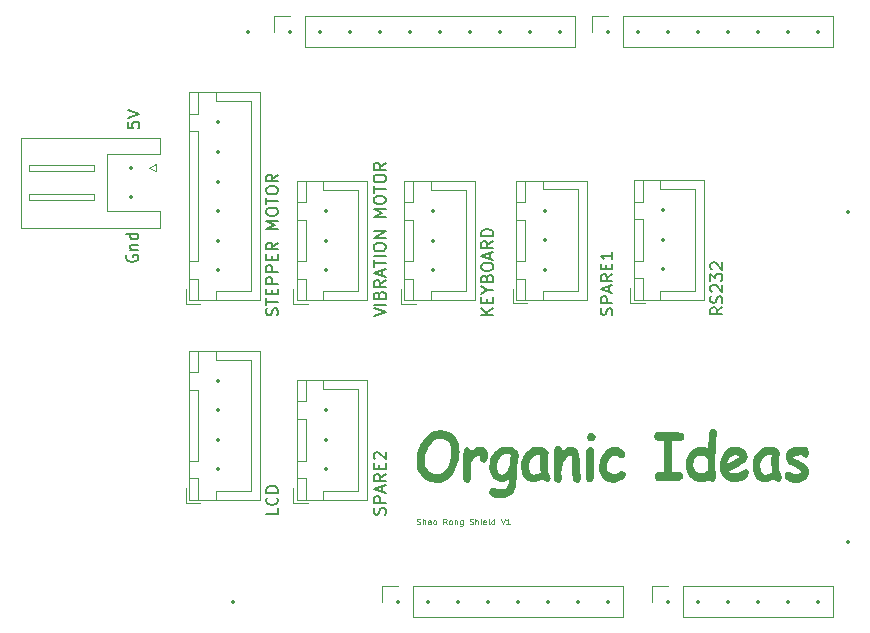
<source format=gto>
%TF.GenerationSoftware,KiCad,Pcbnew,8.0.3*%
%TF.CreationDate,2024-07-23T14:12:28+08:00*%
%TF.ProjectId,Shao Rong Shield,5368616f-2052-46f6-9e67-20536869656c,rev?*%
%TF.SameCoordinates,Original*%
%TF.FileFunction,Legend,Top*%
%TF.FilePolarity,Positive*%
%FSLAX46Y46*%
G04 Gerber Fmt 4.6, Leading zero omitted, Abs format (unit mm)*
G04 Created by KiCad (PCBNEW 8.0.3) date 2024-07-23 14:12:28*
%MOMM*%
%LPD*%
G01*
G04 APERTURE LIST*
%ADD10C,0.150000*%
%ADD11C,0.200000*%
%ADD12C,0.125000*%
%ADD13C,0.120000*%
%ADD14C,0.350000*%
G04 APERTURE END LIST*
D10*
X105017438Y-68139411D02*
X104969819Y-68234649D01*
X104969819Y-68234649D02*
X104969819Y-68377506D01*
X104969819Y-68377506D02*
X105017438Y-68520363D01*
X105017438Y-68520363D02*
X105112676Y-68615601D01*
X105112676Y-68615601D02*
X105207914Y-68663220D01*
X105207914Y-68663220D02*
X105398390Y-68710839D01*
X105398390Y-68710839D02*
X105541247Y-68710839D01*
X105541247Y-68710839D02*
X105731723Y-68663220D01*
X105731723Y-68663220D02*
X105826961Y-68615601D01*
X105826961Y-68615601D02*
X105922200Y-68520363D01*
X105922200Y-68520363D02*
X105969819Y-68377506D01*
X105969819Y-68377506D02*
X105969819Y-68282268D01*
X105969819Y-68282268D02*
X105922200Y-68139411D01*
X105922200Y-68139411D02*
X105874580Y-68091792D01*
X105874580Y-68091792D02*
X105541247Y-68091792D01*
X105541247Y-68091792D02*
X105541247Y-68282268D01*
X105303152Y-67663220D02*
X105969819Y-67663220D01*
X105398390Y-67663220D02*
X105350771Y-67615601D01*
X105350771Y-67615601D02*
X105303152Y-67520363D01*
X105303152Y-67520363D02*
X105303152Y-67377506D01*
X105303152Y-67377506D02*
X105350771Y-67282268D01*
X105350771Y-67282268D02*
X105446009Y-67234649D01*
X105446009Y-67234649D02*
X105969819Y-67234649D01*
X105969819Y-66329887D02*
X104969819Y-66329887D01*
X105922200Y-66329887D02*
X105969819Y-66425125D01*
X105969819Y-66425125D02*
X105969819Y-66615601D01*
X105969819Y-66615601D02*
X105922200Y-66710839D01*
X105922200Y-66710839D02*
X105874580Y-66758458D01*
X105874580Y-66758458D02*
X105779342Y-66806077D01*
X105779342Y-66806077D02*
X105493628Y-66806077D01*
X105493628Y-66806077D02*
X105398390Y-66758458D01*
X105398390Y-66758458D02*
X105350771Y-66710839D01*
X105350771Y-66710839D02*
X105303152Y-66615601D01*
X105303152Y-66615601D02*
X105303152Y-66425125D01*
X105303152Y-66425125D02*
X105350771Y-66329887D01*
X105069819Y-56887030D02*
X105069819Y-57363220D01*
X105069819Y-57363220D02*
X105546009Y-57410839D01*
X105546009Y-57410839D02*
X105498390Y-57363220D01*
X105498390Y-57363220D02*
X105450771Y-57267982D01*
X105450771Y-57267982D02*
X105450771Y-57029887D01*
X105450771Y-57029887D02*
X105498390Y-56934649D01*
X105498390Y-56934649D02*
X105546009Y-56887030D01*
X105546009Y-56887030D02*
X105641247Y-56839411D01*
X105641247Y-56839411D02*
X105879342Y-56839411D01*
X105879342Y-56839411D02*
X105974580Y-56887030D01*
X105974580Y-56887030D02*
X106022200Y-56934649D01*
X106022200Y-56934649D02*
X106069819Y-57029887D01*
X106069819Y-57029887D02*
X106069819Y-57267982D01*
X106069819Y-57267982D02*
X106022200Y-57363220D01*
X106022200Y-57363220D02*
X105974580Y-57410839D01*
X105069819Y-56553696D02*
X106069819Y-56220363D01*
X106069819Y-56220363D02*
X105069819Y-55887030D01*
D11*
G36*
X131706866Y-82975273D02*
G01*
X131896803Y-82996430D01*
X132073596Y-83031693D01*
X132276105Y-83095606D01*
X132458078Y-83181559D01*
X132619515Y-83289550D01*
X132760415Y-83419581D01*
X132881087Y-83571393D01*
X132981307Y-83745340D01*
X133061073Y-83941421D01*
X133120387Y-84159637D01*
X133159247Y-84399987D01*
X133175610Y-84608204D01*
X133179291Y-84773663D01*
X133171931Y-85010212D01*
X133149852Y-85241144D01*
X133113054Y-85466458D01*
X133061536Y-85686154D01*
X132995298Y-85900233D01*
X132914341Y-86108695D01*
X132818665Y-86311538D01*
X132708269Y-86508764D01*
X132603420Y-86669392D01*
X132454576Y-86858986D01*
X132295394Y-87020491D01*
X132125873Y-87153909D01*
X131946014Y-87259239D01*
X131755817Y-87336480D01*
X131555281Y-87385634D01*
X131344407Y-87406700D01*
X131290073Y-87407578D01*
X131115363Y-87400098D01*
X130906292Y-87369711D01*
X130707573Y-87315949D01*
X130519205Y-87238812D01*
X130341189Y-87138300D01*
X130173525Y-87014414D01*
X130077896Y-86928862D01*
X129924223Y-86761231D01*
X129796596Y-86578908D01*
X129695016Y-86381892D01*
X129619482Y-86170183D01*
X129569994Y-85943781D01*
X129546553Y-85702687D01*
X129544550Y-85606043D01*
X130227494Y-85606043D01*
X130242343Y-85804027D01*
X130295678Y-86009573D01*
X130387801Y-86193015D01*
X130518713Y-86354352D01*
X130537805Y-86372965D01*
X130696700Y-86497346D01*
X130875043Y-86586189D01*
X131047047Y-86634776D01*
X131233940Y-86656153D01*
X131290073Y-86657264D01*
X131482314Y-86635694D01*
X131662173Y-86570985D01*
X131829650Y-86463137D01*
X131984745Y-86312149D01*
X132104533Y-86153372D01*
X132172278Y-86043726D01*
X132265861Y-85865018D01*
X132343582Y-85678774D01*
X132405442Y-85484992D01*
X132451440Y-85283673D01*
X132481577Y-85074816D01*
X132495852Y-84858423D01*
X132497121Y-84769755D01*
X132489187Y-84558718D01*
X132459875Y-84344892D01*
X132399928Y-84143224D01*
X132298769Y-83970795D01*
X132271441Y-83940307D01*
X132123278Y-83833102D01*
X131947072Y-83767263D01*
X131758531Y-83732395D01*
X131571399Y-83719400D01*
X131503785Y-83718534D01*
X131308198Y-83740104D01*
X131123430Y-83804813D01*
X130949482Y-83912661D01*
X130812789Y-84035489D01*
X130683610Y-84188274D01*
X130585676Y-84332072D01*
X130482489Y-84514644D01*
X130396791Y-84703321D01*
X130328583Y-84898105D01*
X130277864Y-85098995D01*
X130244634Y-85305990D01*
X130228893Y-85519092D01*
X130227494Y-85606043D01*
X129544550Y-85606043D01*
X129544469Y-85602135D01*
X129552470Y-85365403D01*
X129576473Y-85133921D01*
X129616477Y-84907691D01*
X129672483Y-84686713D01*
X129744491Y-84470985D01*
X129832500Y-84260509D01*
X129936511Y-84055284D01*
X130056524Y-83855310D01*
X130166858Y-83696777D01*
X130322126Y-83509657D01*
X130486718Y-83350258D01*
X130660634Y-83218580D01*
X130843872Y-83114625D01*
X131036434Y-83038390D01*
X131238318Y-82989877D01*
X131449527Y-82969086D01*
X131503785Y-82968220D01*
X131706866Y-82975273D01*
G37*
G36*
X135572016Y-85286573D02*
G01*
X135536937Y-85495787D01*
X135431433Y-85658509D01*
X135257040Y-85718949D01*
X135237770Y-85719371D01*
X135064993Y-85677812D01*
X134953265Y-85521535D01*
X134934298Y-85367662D01*
X134922330Y-85094110D01*
X134730520Y-85144989D01*
X134560288Y-85225818D01*
X134411634Y-85336597D01*
X134284559Y-85477327D01*
X134179062Y-85648007D01*
X134148691Y-85711556D01*
X134151256Y-87054891D01*
X134102678Y-87246723D01*
X134057222Y-87306950D01*
X133904087Y-87397751D01*
X133818719Y-87407578D01*
X133652209Y-87360875D01*
X133587909Y-87299134D01*
X133515782Y-87120898D01*
X133510973Y-87048053D01*
X133510973Y-85266057D01*
X133514016Y-85065155D01*
X133515247Y-85014975D01*
X133519971Y-84816824D01*
X133520376Y-84762916D01*
X133561888Y-84570075D01*
X133600732Y-84508904D01*
X133752360Y-84414436D01*
X133830687Y-84406322D01*
X134000829Y-84450423D01*
X134116235Y-84597733D01*
X134148691Y-84719930D01*
X134311610Y-84592103D01*
X134481081Y-84490723D01*
X134657103Y-84415790D01*
X134839677Y-84367304D01*
X135028803Y-84345265D01*
X135093300Y-84343796D01*
X135280830Y-84379840D01*
X135438751Y-84509304D01*
X135527581Y-84699822D01*
X135567061Y-84920499D01*
X135574581Y-85097041D01*
X135572016Y-85286573D01*
G37*
G36*
X137402637Y-84354276D02*
G01*
X137576733Y-84392415D01*
X137618527Y-84407299D01*
X137775063Y-84493245D01*
X137883531Y-84599762D01*
X138057281Y-84667664D01*
X138164572Y-84830742D01*
X138188712Y-85013998D01*
X138177630Y-85217803D01*
X138152806Y-85425050D01*
X138138276Y-85523000D01*
X138108736Y-85727181D01*
X138083161Y-85934893D01*
X138061552Y-86146134D01*
X138043908Y-86360906D01*
X138030230Y-86579207D01*
X138020517Y-86801039D01*
X138017742Y-86890760D01*
X138008446Y-87105648D01*
X137992524Y-87305301D01*
X137963305Y-87533444D01*
X137923735Y-87737783D01*
X137862587Y-87951568D01*
X137786532Y-88131075D01*
X137757868Y-88183293D01*
X137647705Y-88338092D01*
X137513835Y-88466653D01*
X137356255Y-88568978D01*
X137174967Y-88645065D01*
X136969970Y-88694915D01*
X136788902Y-88715905D01*
X136643143Y-88720628D01*
X136423954Y-88713025D01*
X136233991Y-88690219D01*
X136037634Y-88640331D01*
X135862283Y-88549106D01*
X135740816Y-88399441D01*
X135707937Y-88234096D01*
X135744016Y-88034462D01*
X135791713Y-87952728D01*
X135940307Y-87853762D01*
X136013119Y-87845261D01*
X136185224Y-87869685D01*
X136323429Y-87907787D01*
X136491284Y-87950530D01*
X136661880Y-87970069D01*
X136681612Y-87970314D01*
X136867867Y-87953621D01*
X137040239Y-87895919D01*
X137187810Y-87784842D01*
X137209909Y-87759288D01*
X137306302Y-87583626D01*
X137361578Y-87389412D01*
X137392887Y-87178631D01*
X137402250Y-87059776D01*
X137263440Y-87191201D01*
X137126133Y-87273733D01*
X136954441Y-87329381D01*
X136789323Y-87345052D01*
X136616115Y-87332344D01*
X136429993Y-87285394D01*
X136261052Y-87203849D01*
X136109291Y-87087710D01*
X136011409Y-86983572D01*
X135894827Y-86815748D01*
X135806880Y-86628569D01*
X135747566Y-86422036D01*
X135716887Y-86196149D01*
X135712212Y-86058381D01*
X135713162Y-86035910D01*
X136371301Y-86035910D01*
X136381820Y-86232507D01*
X136422211Y-86424848D01*
X136479012Y-86548820D01*
X136614506Y-86677048D01*
X136790443Y-86719623D01*
X136803855Y-86719790D01*
X136976969Y-86667805D01*
X137125873Y-86540493D01*
X137200505Y-86448192D01*
X137301819Y-86287660D01*
X137381961Y-86096784D01*
X137414218Y-85939190D01*
X137444405Y-85737651D01*
X137470478Y-85533281D01*
X137494694Y-85323002D01*
X137516493Y-85119395D01*
X137520219Y-85083363D01*
X137363624Y-85000165D01*
X137358653Y-84998367D01*
X137205635Y-84969057D01*
X137013507Y-84988902D01*
X136844033Y-85048436D01*
X136680453Y-85162854D01*
X136573046Y-85286573D01*
X136475523Y-85462763D01*
X136409916Y-85666001D01*
X136378394Y-85869363D01*
X136371301Y-86035910D01*
X135713162Y-86035910D01*
X135721958Y-85827962D01*
X135751197Y-85611760D01*
X135799930Y-85409773D01*
X135868155Y-85222001D01*
X135955873Y-85048446D01*
X136063084Y-84889106D01*
X136111427Y-84829351D01*
X136247819Y-84689469D01*
X136398402Y-84573296D01*
X136563178Y-84480832D01*
X136742146Y-84412077D01*
X136935305Y-84367030D01*
X137142656Y-84345692D01*
X137229570Y-84343796D01*
X137402637Y-84354276D01*
G37*
G36*
X140031822Y-84364266D02*
G01*
X140198317Y-84412600D01*
X140360154Y-84480409D01*
X140378838Y-84489364D01*
X140537786Y-84580833D01*
X140672609Y-84705130D01*
X140742149Y-84897739D01*
X140686584Y-85068709D01*
X140656450Y-85261782D01*
X140648970Y-85340307D01*
X140638602Y-85541475D01*
X140636147Y-85722302D01*
X140639256Y-85934572D01*
X140650423Y-86143278D01*
X140675801Y-86353327D01*
X140701116Y-86466755D01*
X140770760Y-86645906D01*
X140811392Y-86747145D01*
X140881917Y-86929839D01*
X140905425Y-87012882D01*
X140850608Y-87199911D01*
X140807972Y-87250286D01*
X140652427Y-87337556D01*
X140583147Y-87345052D01*
X140417974Y-87267463D01*
X140276556Y-87143655D01*
X140232658Y-87099832D01*
X140074057Y-87182310D01*
X139907862Y-87257350D01*
X139842847Y-87282526D01*
X139669349Y-87333084D01*
X139556472Y-87345052D01*
X139382672Y-87336465D01*
X139192735Y-87303492D01*
X139023114Y-87245790D01*
X138850900Y-87147215D01*
X138706339Y-87014981D01*
X138687944Y-86993342D01*
X138575027Y-86822305D01*
X138489843Y-86617796D01*
X138438903Y-86415860D01*
X138408338Y-86189333D01*
X138398825Y-85989993D01*
X139064078Y-85989993D01*
X139075348Y-86199583D01*
X139118625Y-86404747D01*
X139179483Y-86537096D01*
X139313033Y-86668229D01*
X139483435Y-86718184D01*
X139525697Y-86719790D01*
X139696906Y-86700158D01*
X139807798Y-86664103D01*
X139968483Y-86573886D01*
X140059124Y-86499972D01*
X140034720Y-86269242D01*
X140015366Y-86061388D01*
X139999167Y-85847802D01*
X139989069Y-85641829D01*
X139987316Y-85533747D01*
X139997575Y-85334445D01*
X140022405Y-85134162D01*
X140030059Y-85083363D01*
X139944574Y-85044284D01*
X139881315Y-85031584D01*
X139703640Y-85054458D01*
X139538948Y-85123083D01*
X139387238Y-85237457D01*
X139308565Y-85320767D01*
X139190381Y-85490620D01*
X139110875Y-85674847D01*
X139070047Y-85873448D01*
X139064078Y-85989993D01*
X138398825Y-85989993D01*
X138398433Y-85981774D01*
X138398150Y-85938213D01*
X138408585Y-85737371D01*
X138448657Y-85508577D01*
X138518781Y-85293109D01*
X138618959Y-85090967D01*
X138725397Y-84932696D01*
X138825575Y-84812742D01*
X138963524Y-84677645D01*
X139109696Y-84565446D01*
X139264091Y-84476145D01*
X139426708Y-84409741D01*
X139597549Y-84366236D01*
X139776612Y-84345628D01*
X139850540Y-84343796D01*
X140031822Y-84364266D01*
G37*
G36*
X143124616Y-87407578D02*
G01*
X142952279Y-87369944D01*
X142828570Y-87228426D01*
X142795498Y-87089085D01*
X142770374Y-86884975D01*
X142745009Y-86680040D01*
X142727965Y-86542958D01*
X142707524Y-86348070D01*
X142694902Y-86144417D01*
X142692062Y-85997808D01*
X142699082Y-85793617D01*
X142700610Y-85763335D01*
X142708750Y-85563457D01*
X142709159Y-85528862D01*
X142713433Y-85435073D01*
X142718562Y-85312951D01*
X142674015Y-85119969D01*
X142615125Y-85094110D01*
X142436643Y-85141998D01*
X142287824Y-85257325D01*
X142180861Y-85384270D01*
X142068845Y-85559773D01*
X141981423Y-85736406D01*
X141905435Y-85932457D01*
X141848325Y-86119930D01*
X141831027Y-86321140D01*
X141826953Y-86357334D01*
X141812776Y-86558287D01*
X141812421Y-86594738D01*
X141825058Y-86795442D01*
X141827808Y-86823349D01*
X141842655Y-87020060D01*
X141843196Y-87050983D01*
X141794176Y-87245119D01*
X141748307Y-87305973D01*
X141594401Y-87397656D01*
X141508949Y-87407578D01*
X141341054Y-87363400D01*
X141270446Y-87304996D01*
X141184638Y-87129776D01*
X141177267Y-87046099D01*
X141165332Y-86843789D01*
X141162735Y-86815533D01*
X141148713Y-86615350D01*
X141148203Y-86583991D01*
X141152142Y-86379069D01*
X141161226Y-86175342D01*
X141173728Y-85967003D01*
X141181542Y-85853217D01*
X141194865Y-85657917D01*
X141206085Y-85458874D01*
X141214099Y-85246306D01*
X141215736Y-85121465D01*
X141209650Y-84925947D01*
X141207187Y-84877222D01*
X141199173Y-84679202D01*
X141198639Y-84633956D01*
X141248983Y-84442124D01*
X141296092Y-84381898D01*
X141451100Y-84291097D01*
X141535450Y-84281270D01*
X141703882Y-84323821D01*
X141822819Y-84468922D01*
X141868440Y-84664235D01*
X141872260Y-84716999D01*
X141874825Y-84747285D01*
X142007901Y-84610162D01*
X142166499Y-84486041D01*
X142328697Y-84400536D01*
X142518474Y-84350100D01*
X142615125Y-84343796D01*
X142800592Y-84364085D01*
X142979497Y-84436961D01*
X143123138Y-84562838D01*
X143231517Y-84741715D01*
X143242585Y-84767801D01*
X143303443Y-84972965D01*
X143335901Y-85176664D01*
X143352467Y-85383751D01*
X143357877Y-85582687D01*
X143357990Y-85617766D01*
X143357990Y-85808276D01*
X143355425Y-85983154D01*
X143365243Y-86189279D01*
X143386731Y-86383769D01*
X143406716Y-86522442D01*
X143434215Y-86716710D01*
X143453770Y-86917844D01*
X143458862Y-87058799D01*
X143408959Y-87248327D01*
X143362264Y-87307927D01*
X143208798Y-87397846D01*
X143124616Y-87407578D01*
G37*
G36*
X144342777Y-83906113D02*
G01*
X144174518Y-83867882D01*
X144076064Y-83797669D01*
X143976557Y-83633437D01*
X143963224Y-83530956D01*
X144016558Y-83337767D01*
X144076064Y-83265219D01*
X144233142Y-83171186D01*
X144342777Y-83155799D01*
X144510734Y-83194374D01*
X144608635Y-83265219D01*
X144707388Y-83428589D01*
X144720621Y-83530956D01*
X144667690Y-83724606D01*
X144608635Y-83797669D01*
X144452291Y-83890863D01*
X144342777Y-83906113D01*
G37*
G36*
X144547086Y-85955799D02*
G01*
X144549223Y-86162428D01*
X144553172Y-86360591D01*
X144555635Y-86465778D01*
X144560143Y-86666190D01*
X144563507Y-86870529D01*
X144564183Y-86974780D01*
X144519738Y-87169647D01*
X144470150Y-87240516D01*
X144317786Y-87334843D01*
X144232501Y-87345052D01*
X144064606Y-87300032D01*
X143993998Y-87240516D01*
X143909919Y-87069996D01*
X143900819Y-86974780D01*
X143898682Y-86768394D01*
X143894734Y-86570683D01*
X143892271Y-86465778D01*
X143887763Y-86264850D01*
X143884399Y-86060126D01*
X143883722Y-85955799D01*
X143887088Y-85752237D01*
X143895036Y-85555946D01*
X143906186Y-85358565D01*
X143907658Y-85335422D01*
X143919229Y-85135387D01*
X143927644Y-84936329D01*
X143931571Y-84729699D01*
X143931594Y-84714068D01*
X143975636Y-84519200D01*
X144024773Y-84448332D01*
X144177908Y-84354004D01*
X144263276Y-84343796D01*
X144430803Y-84388816D01*
X144500924Y-84448332D01*
X144585775Y-84618851D01*
X144594958Y-84714068D01*
X144591592Y-84917766D01*
X144583644Y-85114382D01*
X144572494Y-85312219D01*
X144571022Y-85335422D01*
X144559451Y-85534984D01*
X144551036Y-85733699D01*
X144547109Y-85940168D01*
X144547086Y-85955799D01*
G37*
G36*
X146271318Y-87407578D02*
G01*
X146079188Y-87395625D01*
X145899018Y-87359767D01*
X145730809Y-87300004D01*
X145574562Y-87216336D01*
X145430276Y-87108762D01*
X145384839Y-87067592D01*
X145256431Y-86924767D01*
X145154591Y-86765937D01*
X145069354Y-86560405D01*
X145025076Y-86366896D01*
X145007364Y-86157382D01*
X145006995Y-86120907D01*
X145018926Y-85916372D01*
X145054720Y-85709434D01*
X145114376Y-85500091D01*
X145197894Y-85288344D01*
X145285721Y-85110051D01*
X145346371Y-85002274D01*
X145469631Y-84812576D01*
X145598986Y-84655030D01*
X145734434Y-84529636D01*
X145905017Y-84421604D01*
X146084375Y-84359872D01*
X146240544Y-84343796D01*
X146422642Y-84363075D01*
X146605366Y-84414060D01*
X146783808Y-84487193D01*
X146825261Y-84506950D01*
X146983479Y-84597945D01*
X147129801Y-84723593D01*
X147221402Y-84890387D01*
X147231315Y-84971011D01*
X147185153Y-85167383D01*
X147149249Y-85225024D01*
X146999080Y-85334786D01*
X146926133Y-85344214D01*
X146755804Y-85279612D01*
X146677372Y-85219162D01*
X146522234Y-85133677D01*
X146344719Y-85098506D01*
X146240544Y-85094110D01*
X146072923Y-85166478D01*
X145945781Y-85306784D01*
X145839619Y-85472198D01*
X145749112Y-85648236D01*
X145678201Y-85831535D01*
X145635978Y-86034368D01*
X145632745Y-86102344D01*
X145662937Y-86296699D01*
X145762982Y-86464890D01*
X145815683Y-86514626D01*
X145974327Y-86606979D01*
X146153324Y-86650439D01*
X146272173Y-86657264D01*
X146451051Y-86626001D01*
X146623140Y-86554560D01*
X146666259Y-86532212D01*
X146827659Y-86451245D01*
X146962037Y-86407159D01*
X147129391Y-86464191D01*
X147184298Y-86517557D01*
X147269319Y-86692404D01*
X147276622Y-86769616D01*
X147209184Y-86949645D01*
X147065529Y-87087909D01*
X146893143Y-87198383D01*
X146868004Y-87212184D01*
X146693507Y-87297669D01*
X146517380Y-87364645D01*
X146346744Y-87402808D01*
X146271318Y-87407578D01*
G37*
G36*
X151862037Y-83906113D02*
G01*
X151688266Y-83895793D01*
X151510083Y-83879185D01*
X151309644Y-83858241D01*
X151176448Y-83843586D01*
X151165117Y-84048579D01*
X151156131Y-84277407D01*
X151150434Y-84486307D01*
X151146364Y-84711759D01*
X151143922Y-84953765D01*
X151143141Y-85159287D01*
X151143108Y-85212323D01*
X151140544Y-86469685D01*
X151321330Y-86465907D01*
X151504009Y-86463366D01*
X151688581Y-86462061D01*
X151791939Y-86461870D01*
X151960203Y-86510256D01*
X152031297Y-86574221D01*
X152116919Y-86748603D01*
X152126186Y-86841912D01*
X152081336Y-87036024D01*
X152031297Y-87109602D01*
X151877391Y-87209218D01*
X151791939Y-87220000D01*
X151610554Y-87221102D01*
X151436905Y-87223209D01*
X151387595Y-87223907D01*
X151204631Y-87226289D01*
X151029345Y-87227720D01*
X150984106Y-87227815D01*
X150800293Y-87233826D01*
X150621326Y-87245874D01*
X150507955Y-87255170D01*
X150325181Y-87269596D01*
X150146624Y-87279854D01*
X150031803Y-87282526D01*
X149863540Y-87231615D01*
X149792445Y-87164312D01*
X149708769Y-86987258D01*
X149697557Y-86878060D01*
X149734623Y-86686711D01*
X149792445Y-86589853D01*
X149938339Y-86483885D01*
X150031803Y-86469685D01*
X150208216Y-86469685D01*
X150381804Y-86469685D01*
X150462648Y-86469685D01*
X150460404Y-86273497D01*
X150458966Y-86042027D01*
X150458240Y-85842516D01*
X150457764Y-85614525D01*
X150457564Y-85411628D01*
X150457519Y-85247494D01*
X150458687Y-85019246D01*
X150462194Y-84794290D01*
X150468037Y-84572626D01*
X150476219Y-84354252D01*
X150486737Y-84139171D01*
X150499593Y-83927381D01*
X150505390Y-83843586D01*
X149983932Y-83843586D01*
X149814564Y-83798567D01*
X149742009Y-83739050D01*
X149654073Y-83570420D01*
X149644556Y-83478199D01*
X149690214Y-83287403D01*
X149741154Y-83219302D01*
X149897592Y-83126428D01*
X149959996Y-83114766D01*
X150142131Y-83102529D01*
X150321035Y-83096820D01*
X150509658Y-83094028D01*
X150695167Y-83093272D01*
X150881648Y-83095471D01*
X151087182Y-83102065D01*
X151273016Y-83110919D01*
X151472082Y-83122826D01*
X151684379Y-83137786D01*
X151863744Y-83151952D01*
X151909909Y-83155799D01*
X152078306Y-83222325D01*
X152187201Y-83389356D01*
X152205687Y-83539748D01*
X152158603Y-83732624D01*
X152085153Y-83820139D01*
X151922785Y-83900739D01*
X151862037Y-83906113D01*
G37*
G36*
X154799752Y-82893039D02*
G01*
X154859141Y-82948681D01*
X154938651Y-83124581D01*
X154945481Y-83206601D01*
X154942062Y-83432037D01*
X154935009Y-83633492D01*
X154924110Y-83862698D01*
X154912088Y-84074903D01*
X154897396Y-84306381D01*
X154890771Y-84404368D01*
X154875256Y-84643273D01*
X154862370Y-84862953D01*
X154852115Y-85063409D01*
X154843279Y-85278579D01*
X154837757Y-85494622D01*
X154836915Y-85601158D01*
X154837783Y-85836471D01*
X154840388Y-86051481D01*
X154846085Y-86291693D01*
X154854496Y-86500181D01*
X154868171Y-86708494D01*
X154892480Y-86915184D01*
X154899319Y-86995296D01*
X154849416Y-87187018D01*
X154802721Y-87246378D01*
X154648750Y-87337247D01*
X154579605Y-87345052D01*
X154408512Y-87287865D01*
X154315457Y-87164312D01*
X154159142Y-87252469D01*
X153987023Y-87308644D01*
X153976081Y-87310858D01*
X153797845Y-87336503D01*
X153625314Y-87345018D01*
X153613625Y-87345052D01*
X153418098Y-87331519D01*
X153235434Y-87290922D01*
X153065633Y-87223259D01*
X152908694Y-87128531D01*
X152764618Y-87006737D01*
X152719452Y-86960125D01*
X152595983Y-86805256D01*
X152498059Y-86635206D01*
X152425681Y-86449974D01*
X152378847Y-86249562D01*
X152357560Y-86033968D01*
X152356140Y-85958729D01*
X152356735Y-85944075D01*
X152974197Y-85944075D01*
X153005941Y-86148997D01*
X153101172Y-86328765D01*
X153166538Y-86403251D01*
X153319570Y-86519938D01*
X153490152Y-86582770D01*
X153613625Y-86594738D01*
X153784963Y-86582054D01*
X153894870Y-86549797D01*
X154043294Y-86449230D01*
X154115422Y-86390551D01*
X154194923Y-86314347D01*
X154192448Y-86106734D01*
X154192518Y-85903179D01*
X154193360Y-85677579D01*
X154194612Y-85453529D01*
X154194923Y-85404787D01*
X154083639Y-85247060D01*
X153988049Y-85171290D01*
X153819917Y-85106848D01*
X153685432Y-85094110D01*
X153499462Y-85110957D01*
X153325821Y-85169193D01*
X153174926Y-85281299D01*
X153152006Y-85307090D01*
X153050773Y-85478008D01*
X152995208Y-85677066D01*
X152974892Y-85891784D01*
X152974197Y-85944075D01*
X152356735Y-85944075D01*
X152365052Y-85739297D01*
X152391787Y-85533461D01*
X152436345Y-85341220D01*
X152513342Y-85128476D01*
X152616004Y-84935311D01*
X152721161Y-84789295D01*
X152866209Y-84637895D01*
X153026944Y-84517819D01*
X153203367Y-84429067D01*
X153395478Y-84371639D01*
X153567554Y-84347711D01*
X153676029Y-84343796D01*
X153846785Y-84354787D01*
X153998307Y-84387759D01*
X154160662Y-84459887D01*
X154243649Y-84519651D01*
X154251543Y-84287147D01*
X154259838Y-84073236D01*
X154268533Y-83877918D01*
X154279966Y-83659917D01*
X154294512Y-83436663D01*
X154312622Y-83229075D01*
X154318021Y-83180223D01*
X154373505Y-82988325D01*
X154509401Y-82864234D01*
X154630896Y-82843168D01*
X154799752Y-82893039D01*
G37*
G36*
X156682009Y-84351977D02*
G01*
X156866911Y-84381362D01*
X157033967Y-84432119D01*
X157200575Y-84514766D01*
X157342139Y-84625469D01*
X157461350Y-84781296D01*
X157535148Y-84968386D01*
X157563532Y-85186739D01*
X157563886Y-85216231D01*
X157528936Y-85415024D01*
X157436505Y-85581720D01*
X157303925Y-85720326D01*
X157268108Y-85749658D01*
X157113643Y-85853098D01*
X156954308Y-85943602D01*
X156776687Y-86037025D01*
X156726988Y-86062288D01*
X155916591Y-86469685D01*
X156079546Y-86535631D01*
X156195272Y-86563475D01*
X156371157Y-86586922D01*
X156544341Y-86594616D01*
X156570551Y-86594738D01*
X156743988Y-86581677D01*
X156918298Y-86536531D01*
X157087668Y-86449623D01*
X157115945Y-86429630D01*
X157265353Y-86334114D01*
X157436514Y-86282107D01*
X157607150Y-86341385D01*
X157682230Y-86519221D01*
X157686130Y-86591807D01*
X157646894Y-86797295D01*
X157544487Y-86960863D01*
X157400098Y-87089258D01*
X157284351Y-87161381D01*
X157113755Y-87241737D01*
X156937923Y-87299134D01*
X156756855Y-87333572D01*
X156570551Y-87345052D01*
X156396125Y-87337395D01*
X156200257Y-87307995D01*
X156019056Y-87256543D01*
X155852520Y-87183042D01*
X155700651Y-87087489D01*
X155630216Y-87031444D01*
X155493093Y-86891424D01*
X155384340Y-86731483D01*
X155303957Y-86551621D01*
X155251945Y-86351838D01*
X155228303Y-86132134D01*
X155226727Y-86054473D01*
X155234532Y-85842320D01*
X155241547Y-85781898D01*
X155868719Y-85781898D01*
X156038370Y-85697309D01*
X156207520Y-85613294D01*
X156376169Y-85529850D01*
X156409839Y-85513230D01*
X156582082Y-85420091D01*
X156748878Y-85321134D01*
X156902463Y-85217792D01*
X156927023Y-85199623D01*
X156766999Y-85127495D01*
X156585001Y-85096686D01*
X156506437Y-85094110D01*
X156335183Y-85122488D01*
X156174739Y-85216521D01*
X156123464Y-85266057D01*
X156013509Y-85419197D01*
X155927924Y-85602059D01*
X155868719Y-85781898D01*
X155241547Y-85781898D01*
X155257949Y-85640615D01*
X155296976Y-85449356D01*
X155364416Y-85233636D01*
X155454335Y-85032960D01*
X155546441Y-84877222D01*
X155663623Y-84723549D01*
X155820221Y-84573523D01*
X155994250Y-84461004D01*
X156185710Y-84385991D01*
X156358575Y-84352131D01*
X156505582Y-84343796D01*
X156682009Y-84351977D01*
G37*
G36*
X159621564Y-84364266D02*
G01*
X159788059Y-84412600D01*
X159949896Y-84480409D01*
X159968579Y-84489364D01*
X160127528Y-84580833D01*
X160262351Y-84705130D01*
X160331891Y-84897739D01*
X160276325Y-85068709D01*
X160246192Y-85261782D01*
X160238712Y-85340307D01*
X160228344Y-85541475D01*
X160225889Y-85722302D01*
X160228998Y-85934572D01*
X160240165Y-86143278D01*
X160265543Y-86353327D01*
X160290858Y-86466755D01*
X160360502Y-86645906D01*
X160401133Y-86747145D01*
X160471659Y-86929839D01*
X160495167Y-87012882D01*
X160440350Y-87199911D01*
X160397714Y-87250286D01*
X160242169Y-87337556D01*
X160172889Y-87345052D01*
X160007716Y-87267463D01*
X159866298Y-87143655D01*
X159822400Y-87099832D01*
X159663799Y-87182310D01*
X159497604Y-87257350D01*
X159432588Y-87282526D01*
X159259091Y-87333084D01*
X159146214Y-87345052D01*
X158972414Y-87336465D01*
X158782477Y-87303492D01*
X158612856Y-87245790D01*
X158440642Y-87147215D01*
X158296080Y-87014981D01*
X158277686Y-86993342D01*
X158164768Y-86822305D01*
X158079585Y-86617796D01*
X158028644Y-86415860D01*
X157998080Y-86189333D01*
X157988567Y-85989993D01*
X158653820Y-85989993D01*
X158665090Y-86199583D01*
X158708367Y-86404747D01*
X158769225Y-86537096D01*
X158902774Y-86668229D01*
X159073177Y-86718184D01*
X159115439Y-86719790D01*
X159286648Y-86700158D01*
X159397540Y-86664103D01*
X159558225Y-86573886D01*
X159648866Y-86499972D01*
X159624462Y-86269242D01*
X159605108Y-86061388D01*
X159588909Y-85847802D01*
X159578811Y-85641829D01*
X159577058Y-85533747D01*
X159587316Y-85334445D01*
X159612147Y-85134162D01*
X159619801Y-85083363D01*
X159534316Y-85044284D01*
X159471057Y-85031584D01*
X159293382Y-85054458D01*
X159128689Y-85123083D01*
X158976980Y-85237457D01*
X158898307Y-85320767D01*
X158780123Y-85490620D01*
X158700617Y-85674847D01*
X158659789Y-85873448D01*
X158653820Y-85989993D01*
X157988567Y-85989993D01*
X157988175Y-85981774D01*
X157987892Y-85938213D01*
X157998327Y-85737371D01*
X158038398Y-85508577D01*
X158108523Y-85293109D01*
X158208700Y-85090967D01*
X158315139Y-84932696D01*
X158415317Y-84812742D01*
X158553266Y-84677645D01*
X158699438Y-84565446D01*
X158853833Y-84476145D01*
X159016450Y-84409741D01*
X159187291Y-84366236D01*
X159366354Y-84345628D01*
X159440282Y-84343796D01*
X159621564Y-84364266D01*
G37*
G36*
X162512613Y-85281688D02*
G01*
X162340411Y-85248590D01*
X162226238Y-85108764D01*
X162054106Y-85094339D01*
X162028768Y-85094110D01*
X161832089Y-85099846D01*
X161654061Y-85121037D01*
X161486205Y-85185884D01*
X161450034Y-85257264D01*
X161586276Y-85401367D01*
X161756578Y-85491737D01*
X161798813Y-85511277D01*
X161966260Y-85589278D01*
X162134343Y-85671858D01*
X162290473Y-85755129D01*
X162442515Y-85850286D01*
X162595106Y-85983337D01*
X162714658Y-86150974D01*
X162779032Y-86337623D01*
X162791294Y-86472616D01*
X162772886Y-86673399D01*
X162706769Y-86875388D01*
X162592566Y-87048068D01*
X162453194Y-87175120D01*
X162406612Y-87207299D01*
X162242587Y-87294921D01*
X162060825Y-87357508D01*
X161887232Y-87391736D01*
X161700058Y-87406796D01*
X161644085Y-87407578D01*
X161468642Y-87397609D01*
X161284014Y-87363148D01*
X161110239Y-87304072D01*
X161060223Y-87281549D01*
X160902396Y-87185867D01*
X160768525Y-87037584D01*
X160702647Y-86837669D01*
X160699476Y-86776454D01*
X160746739Y-86577834D01*
X160903350Y-86477175D01*
X160985851Y-86469685D01*
X161162431Y-86506322D01*
X161305565Y-86563475D01*
X161470334Y-86627588D01*
X161627843Y-86657264D01*
X161818161Y-86647587D01*
X161994574Y-86606706D01*
X162117893Y-86467473D01*
X162118527Y-86455031D01*
X161998884Y-86298138D01*
X161839802Y-86209753D01*
X161779152Y-86182456D01*
X161606045Y-86106080D01*
X161435689Y-86027655D01*
X161266669Y-85943720D01*
X161144853Y-85872756D01*
X160996376Y-85745261D01*
X160880047Y-85576138D01*
X160817409Y-85379813D01*
X160805478Y-85233817D01*
X160823479Y-85031916D01*
X160889987Y-84829617D01*
X161005499Y-84663128D01*
X161170017Y-84532449D01*
X161317533Y-84461032D01*
X161487488Y-84409741D01*
X161668192Y-84376883D01*
X161846849Y-84357649D01*
X162047445Y-84346658D01*
X162231367Y-84343796D01*
X162405942Y-84355889D01*
X162572072Y-84408196D01*
X162586985Y-84417069D01*
X162711050Y-84567470D01*
X162745832Y-84761307D01*
X162745987Y-84777571D01*
X162734820Y-84974000D01*
X162680123Y-85170920D01*
X162526971Y-85281196D01*
X162512613Y-85281688D01*
G37*
D12*
X129577474Y-90908500D02*
X129648902Y-90932309D01*
X129648902Y-90932309D02*
X129767950Y-90932309D01*
X129767950Y-90932309D02*
X129815569Y-90908500D01*
X129815569Y-90908500D02*
X129839378Y-90884690D01*
X129839378Y-90884690D02*
X129863188Y-90837071D01*
X129863188Y-90837071D02*
X129863188Y-90789452D01*
X129863188Y-90789452D02*
X129839378Y-90741833D01*
X129839378Y-90741833D02*
X129815569Y-90718023D01*
X129815569Y-90718023D02*
X129767950Y-90694214D01*
X129767950Y-90694214D02*
X129672712Y-90670404D01*
X129672712Y-90670404D02*
X129625093Y-90646595D01*
X129625093Y-90646595D02*
X129601283Y-90622785D01*
X129601283Y-90622785D02*
X129577474Y-90575166D01*
X129577474Y-90575166D02*
X129577474Y-90527547D01*
X129577474Y-90527547D02*
X129601283Y-90479928D01*
X129601283Y-90479928D02*
X129625093Y-90456119D01*
X129625093Y-90456119D02*
X129672712Y-90432309D01*
X129672712Y-90432309D02*
X129791759Y-90432309D01*
X129791759Y-90432309D02*
X129863188Y-90456119D01*
X130077473Y-90932309D02*
X130077473Y-90432309D01*
X130291759Y-90932309D02*
X130291759Y-90670404D01*
X130291759Y-90670404D02*
X130267949Y-90622785D01*
X130267949Y-90622785D02*
X130220330Y-90598976D01*
X130220330Y-90598976D02*
X130148902Y-90598976D01*
X130148902Y-90598976D02*
X130101283Y-90622785D01*
X130101283Y-90622785D02*
X130077473Y-90646595D01*
X130744140Y-90932309D02*
X130744140Y-90670404D01*
X130744140Y-90670404D02*
X130720330Y-90622785D01*
X130720330Y-90622785D02*
X130672711Y-90598976D01*
X130672711Y-90598976D02*
X130577473Y-90598976D01*
X130577473Y-90598976D02*
X130529854Y-90622785D01*
X130744140Y-90908500D02*
X130696521Y-90932309D01*
X130696521Y-90932309D02*
X130577473Y-90932309D01*
X130577473Y-90932309D02*
X130529854Y-90908500D01*
X130529854Y-90908500D02*
X130506045Y-90860880D01*
X130506045Y-90860880D02*
X130506045Y-90813261D01*
X130506045Y-90813261D02*
X130529854Y-90765642D01*
X130529854Y-90765642D02*
X130577473Y-90741833D01*
X130577473Y-90741833D02*
X130696521Y-90741833D01*
X130696521Y-90741833D02*
X130744140Y-90718023D01*
X131053664Y-90932309D02*
X131006045Y-90908500D01*
X131006045Y-90908500D02*
X130982235Y-90884690D01*
X130982235Y-90884690D02*
X130958426Y-90837071D01*
X130958426Y-90837071D02*
X130958426Y-90694214D01*
X130958426Y-90694214D02*
X130982235Y-90646595D01*
X130982235Y-90646595D02*
X131006045Y-90622785D01*
X131006045Y-90622785D02*
X131053664Y-90598976D01*
X131053664Y-90598976D02*
X131125092Y-90598976D01*
X131125092Y-90598976D02*
X131172711Y-90622785D01*
X131172711Y-90622785D02*
X131196521Y-90646595D01*
X131196521Y-90646595D02*
X131220330Y-90694214D01*
X131220330Y-90694214D02*
X131220330Y-90837071D01*
X131220330Y-90837071D02*
X131196521Y-90884690D01*
X131196521Y-90884690D02*
X131172711Y-90908500D01*
X131172711Y-90908500D02*
X131125092Y-90932309D01*
X131125092Y-90932309D02*
X131053664Y-90932309D01*
X132101282Y-90932309D02*
X131934616Y-90694214D01*
X131815568Y-90932309D02*
X131815568Y-90432309D01*
X131815568Y-90432309D02*
X132006044Y-90432309D01*
X132006044Y-90432309D02*
X132053663Y-90456119D01*
X132053663Y-90456119D02*
X132077473Y-90479928D01*
X132077473Y-90479928D02*
X132101282Y-90527547D01*
X132101282Y-90527547D02*
X132101282Y-90598976D01*
X132101282Y-90598976D02*
X132077473Y-90646595D01*
X132077473Y-90646595D02*
X132053663Y-90670404D01*
X132053663Y-90670404D02*
X132006044Y-90694214D01*
X132006044Y-90694214D02*
X131815568Y-90694214D01*
X132386997Y-90932309D02*
X132339378Y-90908500D01*
X132339378Y-90908500D02*
X132315568Y-90884690D01*
X132315568Y-90884690D02*
X132291759Y-90837071D01*
X132291759Y-90837071D02*
X132291759Y-90694214D01*
X132291759Y-90694214D02*
X132315568Y-90646595D01*
X132315568Y-90646595D02*
X132339378Y-90622785D01*
X132339378Y-90622785D02*
X132386997Y-90598976D01*
X132386997Y-90598976D02*
X132458425Y-90598976D01*
X132458425Y-90598976D02*
X132506044Y-90622785D01*
X132506044Y-90622785D02*
X132529854Y-90646595D01*
X132529854Y-90646595D02*
X132553663Y-90694214D01*
X132553663Y-90694214D02*
X132553663Y-90837071D01*
X132553663Y-90837071D02*
X132529854Y-90884690D01*
X132529854Y-90884690D02*
X132506044Y-90908500D01*
X132506044Y-90908500D02*
X132458425Y-90932309D01*
X132458425Y-90932309D02*
X132386997Y-90932309D01*
X132767949Y-90598976D02*
X132767949Y-90932309D01*
X132767949Y-90646595D02*
X132791759Y-90622785D01*
X132791759Y-90622785D02*
X132839378Y-90598976D01*
X132839378Y-90598976D02*
X132910806Y-90598976D01*
X132910806Y-90598976D02*
X132958425Y-90622785D01*
X132958425Y-90622785D02*
X132982235Y-90670404D01*
X132982235Y-90670404D02*
X132982235Y-90932309D01*
X133434616Y-90598976D02*
X133434616Y-91003738D01*
X133434616Y-91003738D02*
X133410806Y-91051357D01*
X133410806Y-91051357D02*
X133386997Y-91075166D01*
X133386997Y-91075166D02*
X133339378Y-91098976D01*
X133339378Y-91098976D02*
X133267949Y-91098976D01*
X133267949Y-91098976D02*
X133220330Y-91075166D01*
X133434616Y-90908500D02*
X133386997Y-90932309D01*
X133386997Y-90932309D02*
X133291759Y-90932309D01*
X133291759Y-90932309D02*
X133244140Y-90908500D01*
X133244140Y-90908500D02*
X133220330Y-90884690D01*
X133220330Y-90884690D02*
X133196521Y-90837071D01*
X133196521Y-90837071D02*
X133196521Y-90694214D01*
X133196521Y-90694214D02*
X133220330Y-90646595D01*
X133220330Y-90646595D02*
X133244140Y-90622785D01*
X133244140Y-90622785D02*
X133291759Y-90598976D01*
X133291759Y-90598976D02*
X133386997Y-90598976D01*
X133386997Y-90598976D02*
X133434616Y-90622785D01*
X134029854Y-90908500D02*
X134101282Y-90932309D01*
X134101282Y-90932309D02*
X134220330Y-90932309D01*
X134220330Y-90932309D02*
X134267949Y-90908500D01*
X134267949Y-90908500D02*
X134291758Y-90884690D01*
X134291758Y-90884690D02*
X134315568Y-90837071D01*
X134315568Y-90837071D02*
X134315568Y-90789452D01*
X134315568Y-90789452D02*
X134291758Y-90741833D01*
X134291758Y-90741833D02*
X134267949Y-90718023D01*
X134267949Y-90718023D02*
X134220330Y-90694214D01*
X134220330Y-90694214D02*
X134125092Y-90670404D01*
X134125092Y-90670404D02*
X134077473Y-90646595D01*
X134077473Y-90646595D02*
X134053663Y-90622785D01*
X134053663Y-90622785D02*
X134029854Y-90575166D01*
X134029854Y-90575166D02*
X134029854Y-90527547D01*
X134029854Y-90527547D02*
X134053663Y-90479928D01*
X134053663Y-90479928D02*
X134077473Y-90456119D01*
X134077473Y-90456119D02*
X134125092Y-90432309D01*
X134125092Y-90432309D02*
X134244139Y-90432309D01*
X134244139Y-90432309D02*
X134315568Y-90456119D01*
X134529853Y-90932309D02*
X134529853Y-90432309D01*
X134744139Y-90932309D02*
X134744139Y-90670404D01*
X134744139Y-90670404D02*
X134720329Y-90622785D01*
X134720329Y-90622785D02*
X134672710Y-90598976D01*
X134672710Y-90598976D02*
X134601282Y-90598976D01*
X134601282Y-90598976D02*
X134553663Y-90622785D01*
X134553663Y-90622785D02*
X134529853Y-90646595D01*
X134982234Y-90932309D02*
X134982234Y-90598976D01*
X134982234Y-90432309D02*
X134958425Y-90456119D01*
X134958425Y-90456119D02*
X134982234Y-90479928D01*
X134982234Y-90479928D02*
X135006044Y-90456119D01*
X135006044Y-90456119D02*
X134982234Y-90432309D01*
X134982234Y-90432309D02*
X134982234Y-90479928D01*
X135410805Y-90908500D02*
X135363186Y-90932309D01*
X135363186Y-90932309D02*
X135267948Y-90932309D01*
X135267948Y-90932309D02*
X135220329Y-90908500D01*
X135220329Y-90908500D02*
X135196520Y-90860880D01*
X135196520Y-90860880D02*
X135196520Y-90670404D01*
X135196520Y-90670404D02*
X135220329Y-90622785D01*
X135220329Y-90622785D02*
X135267948Y-90598976D01*
X135267948Y-90598976D02*
X135363186Y-90598976D01*
X135363186Y-90598976D02*
X135410805Y-90622785D01*
X135410805Y-90622785D02*
X135434615Y-90670404D01*
X135434615Y-90670404D02*
X135434615Y-90718023D01*
X135434615Y-90718023D02*
X135196520Y-90765642D01*
X135720329Y-90932309D02*
X135672710Y-90908500D01*
X135672710Y-90908500D02*
X135648900Y-90860880D01*
X135648900Y-90860880D02*
X135648900Y-90432309D01*
X136125091Y-90932309D02*
X136125091Y-90432309D01*
X136125091Y-90908500D02*
X136077472Y-90932309D01*
X136077472Y-90932309D02*
X135982234Y-90932309D01*
X135982234Y-90932309D02*
X135934615Y-90908500D01*
X135934615Y-90908500D02*
X135910805Y-90884690D01*
X135910805Y-90884690D02*
X135886996Y-90837071D01*
X135886996Y-90837071D02*
X135886996Y-90694214D01*
X135886996Y-90694214D02*
X135910805Y-90646595D01*
X135910805Y-90646595D02*
X135934615Y-90622785D01*
X135934615Y-90622785D02*
X135982234Y-90598976D01*
X135982234Y-90598976D02*
X136077472Y-90598976D01*
X136077472Y-90598976D02*
X136125091Y-90622785D01*
X136672710Y-90432309D02*
X136839376Y-90932309D01*
X136839376Y-90932309D02*
X137006043Y-90432309D01*
X137434614Y-90932309D02*
X137148900Y-90932309D01*
X137291757Y-90932309D02*
X137291757Y-90432309D01*
X137291757Y-90432309D02*
X137244138Y-90503738D01*
X137244138Y-90503738D02*
X137196519Y-90551357D01*
X137196519Y-90551357D02*
X137148900Y-90575166D01*
D10*
X146082200Y-73196428D02*
X146129819Y-73053571D01*
X146129819Y-73053571D02*
X146129819Y-72815476D01*
X146129819Y-72815476D02*
X146082200Y-72720238D01*
X146082200Y-72720238D02*
X146034580Y-72672619D01*
X146034580Y-72672619D02*
X145939342Y-72625000D01*
X145939342Y-72625000D02*
X145844104Y-72625000D01*
X145844104Y-72625000D02*
X145748866Y-72672619D01*
X145748866Y-72672619D02*
X145701247Y-72720238D01*
X145701247Y-72720238D02*
X145653628Y-72815476D01*
X145653628Y-72815476D02*
X145606009Y-73005952D01*
X145606009Y-73005952D02*
X145558390Y-73101190D01*
X145558390Y-73101190D02*
X145510771Y-73148809D01*
X145510771Y-73148809D02*
X145415533Y-73196428D01*
X145415533Y-73196428D02*
X145320295Y-73196428D01*
X145320295Y-73196428D02*
X145225057Y-73148809D01*
X145225057Y-73148809D02*
X145177438Y-73101190D01*
X145177438Y-73101190D02*
X145129819Y-73005952D01*
X145129819Y-73005952D02*
X145129819Y-72767857D01*
X145129819Y-72767857D02*
X145177438Y-72625000D01*
X146129819Y-72196428D02*
X145129819Y-72196428D01*
X145129819Y-72196428D02*
X145129819Y-71815476D01*
X145129819Y-71815476D02*
X145177438Y-71720238D01*
X145177438Y-71720238D02*
X145225057Y-71672619D01*
X145225057Y-71672619D02*
X145320295Y-71625000D01*
X145320295Y-71625000D02*
X145463152Y-71625000D01*
X145463152Y-71625000D02*
X145558390Y-71672619D01*
X145558390Y-71672619D02*
X145606009Y-71720238D01*
X145606009Y-71720238D02*
X145653628Y-71815476D01*
X145653628Y-71815476D02*
X145653628Y-72196428D01*
X145844104Y-71244047D02*
X145844104Y-70767857D01*
X146129819Y-71339285D02*
X145129819Y-71005952D01*
X145129819Y-71005952D02*
X146129819Y-70672619D01*
X146129819Y-69767857D02*
X145653628Y-70101190D01*
X146129819Y-70339285D02*
X145129819Y-70339285D01*
X145129819Y-70339285D02*
X145129819Y-69958333D01*
X145129819Y-69958333D02*
X145177438Y-69863095D01*
X145177438Y-69863095D02*
X145225057Y-69815476D01*
X145225057Y-69815476D02*
X145320295Y-69767857D01*
X145320295Y-69767857D02*
X145463152Y-69767857D01*
X145463152Y-69767857D02*
X145558390Y-69815476D01*
X145558390Y-69815476D02*
X145606009Y-69863095D01*
X145606009Y-69863095D02*
X145653628Y-69958333D01*
X145653628Y-69958333D02*
X145653628Y-70339285D01*
X145606009Y-69339285D02*
X145606009Y-69005952D01*
X146129819Y-68863095D02*
X146129819Y-69339285D01*
X146129819Y-69339285D02*
X145129819Y-69339285D01*
X145129819Y-69339285D02*
X145129819Y-68863095D01*
X146129819Y-67910714D02*
X146129819Y-68482142D01*
X146129819Y-68196428D02*
X145129819Y-68196428D01*
X145129819Y-68196428D02*
X145272676Y-68291666D01*
X145272676Y-68291666D02*
X145367914Y-68386904D01*
X145367914Y-68386904D02*
X145415533Y-68482142D01*
X117757200Y-73221427D02*
X117804819Y-73078570D01*
X117804819Y-73078570D02*
X117804819Y-72840475D01*
X117804819Y-72840475D02*
X117757200Y-72745237D01*
X117757200Y-72745237D02*
X117709580Y-72697618D01*
X117709580Y-72697618D02*
X117614342Y-72649999D01*
X117614342Y-72649999D02*
X117519104Y-72649999D01*
X117519104Y-72649999D02*
X117423866Y-72697618D01*
X117423866Y-72697618D02*
X117376247Y-72745237D01*
X117376247Y-72745237D02*
X117328628Y-72840475D01*
X117328628Y-72840475D02*
X117281009Y-73030951D01*
X117281009Y-73030951D02*
X117233390Y-73126189D01*
X117233390Y-73126189D02*
X117185771Y-73173808D01*
X117185771Y-73173808D02*
X117090533Y-73221427D01*
X117090533Y-73221427D02*
X116995295Y-73221427D01*
X116995295Y-73221427D02*
X116900057Y-73173808D01*
X116900057Y-73173808D02*
X116852438Y-73126189D01*
X116852438Y-73126189D02*
X116804819Y-73030951D01*
X116804819Y-73030951D02*
X116804819Y-72792856D01*
X116804819Y-72792856D02*
X116852438Y-72649999D01*
X116804819Y-72364284D02*
X116804819Y-71792856D01*
X117804819Y-72078570D02*
X116804819Y-72078570D01*
X117281009Y-71459522D02*
X117281009Y-71126189D01*
X117804819Y-70983332D02*
X117804819Y-71459522D01*
X117804819Y-71459522D02*
X116804819Y-71459522D01*
X116804819Y-71459522D02*
X116804819Y-70983332D01*
X117804819Y-70554760D02*
X116804819Y-70554760D01*
X116804819Y-70554760D02*
X116804819Y-70173808D01*
X116804819Y-70173808D02*
X116852438Y-70078570D01*
X116852438Y-70078570D02*
X116900057Y-70030951D01*
X116900057Y-70030951D02*
X116995295Y-69983332D01*
X116995295Y-69983332D02*
X117138152Y-69983332D01*
X117138152Y-69983332D02*
X117233390Y-70030951D01*
X117233390Y-70030951D02*
X117281009Y-70078570D01*
X117281009Y-70078570D02*
X117328628Y-70173808D01*
X117328628Y-70173808D02*
X117328628Y-70554760D01*
X117804819Y-69554760D02*
X116804819Y-69554760D01*
X116804819Y-69554760D02*
X116804819Y-69173808D01*
X116804819Y-69173808D02*
X116852438Y-69078570D01*
X116852438Y-69078570D02*
X116900057Y-69030951D01*
X116900057Y-69030951D02*
X116995295Y-68983332D01*
X116995295Y-68983332D02*
X117138152Y-68983332D01*
X117138152Y-68983332D02*
X117233390Y-69030951D01*
X117233390Y-69030951D02*
X117281009Y-69078570D01*
X117281009Y-69078570D02*
X117328628Y-69173808D01*
X117328628Y-69173808D02*
X117328628Y-69554760D01*
X117281009Y-68554760D02*
X117281009Y-68221427D01*
X117804819Y-68078570D02*
X117804819Y-68554760D01*
X117804819Y-68554760D02*
X116804819Y-68554760D01*
X116804819Y-68554760D02*
X116804819Y-68078570D01*
X117804819Y-67078570D02*
X117328628Y-67411903D01*
X117804819Y-67649998D02*
X116804819Y-67649998D01*
X116804819Y-67649998D02*
X116804819Y-67269046D01*
X116804819Y-67269046D02*
X116852438Y-67173808D01*
X116852438Y-67173808D02*
X116900057Y-67126189D01*
X116900057Y-67126189D02*
X116995295Y-67078570D01*
X116995295Y-67078570D02*
X117138152Y-67078570D01*
X117138152Y-67078570D02*
X117233390Y-67126189D01*
X117233390Y-67126189D02*
X117281009Y-67173808D01*
X117281009Y-67173808D02*
X117328628Y-67269046D01*
X117328628Y-67269046D02*
X117328628Y-67649998D01*
X117804819Y-65888093D02*
X116804819Y-65888093D01*
X116804819Y-65888093D02*
X117519104Y-65554760D01*
X117519104Y-65554760D02*
X116804819Y-65221427D01*
X116804819Y-65221427D02*
X117804819Y-65221427D01*
X116804819Y-64554760D02*
X116804819Y-64364284D01*
X116804819Y-64364284D02*
X116852438Y-64269046D01*
X116852438Y-64269046D02*
X116947676Y-64173808D01*
X116947676Y-64173808D02*
X117138152Y-64126189D01*
X117138152Y-64126189D02*
X117471485Y-64126189D01*
X117471485Y-64126189D02*
X117661961Y-64173808D01*
X117661961Y-64173808D02*
X117757200Y-64269046D01*
X117757200Y-64269046D02*
X117804819Y-64364284D01*
X117804819Y-64364284D02*
X117804819Y-64554760D01*
X117804819Y-64554760D02*
X117757200Y-64649998D01*
X117757200Y-64649998D02*
X117661961Y-64745236D01*
X117661961Y-64745236D02*
X117471485Y-64792855D01*
X117471485Y-64792855D02*
X117138152Y-64792855D01*
X117138152Y-64792855D02*
X116947676Y-64745236D01*
X116947676Y-64745236D02*
X116852438Y-64649998D01*
X116852438Y-64649998D02*
X116804819Y-64554760D01*
X116804819Y-63840474D02*
X116804819Y-63269046D01*
X117804819Y-63554760D02*
X116804819Y-63554760D01*
X116804819Y-62745236D02*
X116804819Y-62554760D01*
X116804819Y-62554760D02*
X116852438Y-62459522D01*
X116852438Y-62459522D02*
X116947676Y-62364284D01*
X116947676Y-62364284D02*
X117138152Y-62316665D01*
X117138152Y-62316665D02*
X117471485Y-62316665D01*
X117471485Y-62316665D02*
X117661961Y-62364284D01*
X117661961Y-62364284D02*
X117757200Y-62459522D01*
X117757200Y-62459522D02*
X117804819Y-62554760D01*
X117804819Y-62554760D02*
X117804819Y-62745236D01*
X117804819Y-62745236D02*
X117757200Y-62840474D01*
X117757200Y-62840474D02*
X117661961Y-62935712D01*
X117661961Y-62935712D02*
X117471485Y-62983331D01*
X117471485Y-62983331D02*
X117138152Y-62983331D01*
X117138152Y-62983331D02*
X116947676Y-62935712D01*
X116947676Y-62935712D02*
X116852438Y-62840474D01*
X116852438Y-62840474D02*
X116804819Y-62745236D01*
X117804819Y-61316665D02*
X117328628Y-61649998D01*
X117804819Y-61888093D02*
X116804819Y-61888093D01*
X116804819Y-61888093D02*
X116804819Y-61507141D01*
X116804819Y-61507141D02*
X116852438Y-61411903D01*
X116852438Y-61411903D02*
X116900057Y-61364284D01*
X116900057Y-61364284D02*
X116995295Y-61316665D01*
X116995295Y-61316665D02*
X117138152Y-61316665D01*
X117138152Y-61316665D02*
X117233390Y-61364284D01*
X117233390Y-61364284D02*
X117281009Y-61411903D01*
X117281009Y-61411903D02*
X117328628Y-61507141D01*
X117328628Y-61507141D02*
X117328628Y-61888093D01*
X126866485Y-90096428D02*
X126914104Y-89953571D01*
X126914104Y-89953571D02*
X126914104Y-89715476D01*
X126914104Y-89715476D02*
X126866485Y-89620238D01*
X126866485Y-89620238D02*
X126818865Y-89572619D01*
X126818865Y-89572619D02*
X126723627Y-89525000D01*
X126723627Y-89525000D02*
X126628389Y-89525000D01*
X126628389Y-89525000D02*
X126533151Y-89572619D01*
X126533151Y-89572619D02*
X126485532Y-89620238D01*
X126485532Y-89620238D02*
X126437913Y-89715476D01*
X126437913Y-89715476D02*
X126390294Y-89905952D01*
X126390294Y-89905952D02*
X126342675Y-90001190D01*
X126342675Y-90001190D02*
X126295056Y-90048809D01*
X126295056Y-90048809D02*
X126199818Y-90096428D01*
X126199818Y-90096428D02*
X126104580Y-90096428D01*
X126104580Y-90096428D02*
X126009342Y-90048809D01*
X126009342Y-90048809D02*
X125961723Y-90001190D01*
X125961723Y-90001190D02*
X125914104Y-89905952D01*
X125914104Y-89905952D02*
X125914104Y-89667857D01*
X125914104Y-89667857D02*
X125961723Y-89525000D01*
X126914104Y-89096428D02*
X125914104Y-89096428D01*
X125914104Y-89096428D02*
X125914104Y-88715476D01*
X125914104Y-88715476D02*
X125961723Y-88620238D01*
X125961723Y-88620238D02*
X126009342Y-88572619D01*
X126009342Y-88572619D02*
X126104580Y-88525000D01*
X126104580Y-88525000D02*
X126247437Y-88525000D01*
X126247437Y-88525000D02*
X126342675Y-88572619D01*
X126342675Y-88572619D02*
X126390294Y-88620238D01*
X126390294Y-88620238D02*
X126437913Y-88715476D01*
X126437913Y-88715476D02*
X126437913Y-89096428D01*
X126628389Y-88144047D02*
X126628389Y-87667857D01*
X126914104Y-88239285D02*
X125914104Y-87905952D01*
X125914104Y-87905952D02*
X126914104Y-87572619D01*
X126914104Y-86667857D02*
X126437913Y-87001190D01*
X126914104Y-87239285D02*
X125914104Y-87239285D01*
X125914104Y-87239285D02*
X125914104Y-86858333D01*
X125914104Y-86858333D02*
X125961723Y-86763095D01*
X125961723Y-86763095D02*
X126009342Y-86715476D01*
X126009342Y-86715476D02*
X126104580Y-86667857D01*
X126104580Y-86667857D02*
X126247437Y-86667857D01*
X126247437Y-86667857D02*
X126342675Y-86715476D01*
X126342675Y-86715476D02*
X126390294Y-86763095D01*
X126390294Y-86763095D02*
X126437913Y-86858333D01*
X126437913Y-86858333D02*
X126437913Y-87239285D01*
X126390294Y-86239285D02*
X126390294Y-85905952D01*
X126914104Y-85763095D02*
X126914104Y-86239285D01*
X126914104Y-86239285D02*
X125914104Y-86239285D01*
X125914104Y-86239285D02*
X125914104Y-85763095D01*
X126009342Y-85382142D02*
X125961723Y-85334523D01*
X125961723Y-85334523D02*
X125914104Y-85239285D01*
X125914104Y-85239285D02*
X125914104Y-85001190D01*
X125914104Y-85001190D02*
X125961723Y-84905952D01*
X125961723Y-84905952D02*
X126009342Y-84858333D01*
X126009342Y-84858333D02*
X126104580Y-84810714D01*
X126104580Y-84810714D02*
X126199818Y-84810714D01*
X126199818Y-84810714D02*
X126342675Y-84858333D01*
X126342675Y-84858333D02*
X126914104Y-85429761D01*
X126914104Y-85429761D02*
X126914104Y-84810714D01*
X136023389Y-73173808D02*
X135023389Y-73173808D01*
X136023389Y-72602380D02*
X135451960Y-73030951D01*
X135023389Y-72602380D02*
X135594817Y-73173808D01*
X135499579Y-72173808D02*
X135499579Y-71840475D01*
X136023389Y-71697618D02*
X136023389Y-72173808D01*
X136023389Y-72173808D02*
X135023389Y-72173808D01*
X135023389Y-72173808D02*
X135023389Y-71697618D01*
X135547198Y-71078570D02*
X136023389Y-71078570D01*
X135023389Y-71411903D02*
X135547198Y-71078570D01*
X135547198Y-71078570D02*
X135023389Y-70745237D01*
X135499579Y-70078570D02*
X135547198Y-69935713D01*
X135547198Y-69935713D02*
X135594817Y-69888094D01*
X135594817Y-69888094D02*
X135690055Y-69840475D01*
X135690055Y-69840475D02*
X135832912Y-69840475D01*
X135832912Y-69840475D02*
X135928150Y-69888094D01*
X135928150Y-69888094D02*
X135975770Y-69935713D01*
X135975770Y-69935713D02*
X136023389Y-70030951D01*
X136023389Y-70030951D02*
X136023389Y-70411903D01*
X136023389Y-70411903D02*
X135023389Y-70411903D01*
X135023389Y-70411903D02*
X135023389Y-70078570D01*
X135023389Y-70078570D02*
X135071008Y-69983332D01*
X135071008Y-69983332D02*
X135118627Y-69935713D01*
X135118627Y-69935713D02*
X135213865Y-69888094D01*
X135213865Y-69888094D02*
X135309103Y-69888094D01*
X135309103Y-69888094D02*
X135404341Y-69935713D01*
X135404341Y-69935713D02*
X135451960Y-69983332D01*
X135451960Y-69983332D02*
X135499579Y-70078570D01*
X135499579Y-70078570D02*
X135499579Y-70411903D01*
X135023389Y-69221427D02*
X135023389Y-69030951D01*
X135023389Y-69030951D02*
X135071008Y-68935713D01*
X135071008Y-68935713D02*
X135166246Y-68840475D01*
X135166246Y-68840475D02*
X135356722Y-68792856D01*
X135356722Y-68792856D02*
X135690055Y-68792856D01*
X135690055Y-68792856D02*
X135880531Y-68840475D01*
X135880531Y-68840475D02*
X135975770Y-68935713D01*
X135975770Y-68935713D02*
X136023389Y-69030951D01*
X136023389Y-69030951D02*
X136023389Y-69221427D01*
X136023389Y-69221427D02*
X135975770Y-69316665D01*
X135975770Y-69316665D02*
X135880531Y-69411903D01*
X135880531Y-69411903D02*
X135690055Y-69459522D01*
X135690055Y-69459522D02*
X135356722Y-69459522D01*
X135356722Y-69459522D02*
X135166246Y-69411903D01*
X135166246Y-69411903D02*
X135071008Y-69316665D01*
X135071008Y-69316665D02*
X135023389Y-69221427D01*
X135737674Y-68411903D02*
X135737674Y-67935713D01*
X136023389Y-68507141D02*
X135023389Y-68173808D01*
X135023389Y-68173808D02*
X136023389Y-67840475D01*
X136023389Y-66935713D02*
X135547198Y-67269046D01*
X136023389Y-67507141D02*
X135023389Y-67507141D01*
X135023389Y-67507141D02*
X135023389Y-67126189D01*
X135023389Y-67126189D02*
X135071008Y-67030951D01*
X135071008Y-67030951D02*
X135118627Y-66983332D01*
X135118627Y-66983332D02*
X135213865Y-66935713D01*
X135213865Y-66935713D02*
X135356722Y-66935713D01*
X135356722Y-66935713D02*
X135451960Y-66983332D01*
X135451960Y-66983332D02*
X135499579Y-67030951D01*
X135499579Y-67030951D02*
X135547198Y-67126189D01*
X135547198Y-67126189D02*
X135547198Y-67507141D01*
X136023389Y-66507141D02*
X135023389Y-66507141D01*
X135023389Y-66507141D02*
X135023389Y-66269046D01*
X135023389Y-66269046D02*
X135071008Y-66126189D01*
X135071008Y-66126189D02*
X135166246Y-66030951D01*
X135166246Y-66030951D02*
X135261484Y-65983332D01*
X135261484Y-65983332D02*
X135451960Y-65935713D01*
X135451960Y-65935713D02*
X135594817Y-65935713D01*
X135594817Y-65935713D02*
X135785293Y-65983332D01*
X135785293Y-65983332D02*
X135880531Y-66030951D01*
X135880531Y-66030951D02*
X135975770Y-66126189D01*
X135975770Y-66126189D02*
X136023389Y-66269046D01*
X136023389Y-66269046D02*
X136023389Y-66507141D01*
X117804819Y-89572619D02*
X117804819Y-90048809D01*
X117804819Y-90048809D02*
X116804819Y-90048809D01*
X117709580Y-88667857D02*
X117757200Y-88715476D01*
X117757200Y-88715476D02*
X117804819Y-88858333D01*
X117804819Y-88858333D02*
X117804819Y-88953571D01*
X117804819Y-88953571D02*
X117757200Y-89096428D01*
X117757200Y-89096428D02*
X117661961Y-89191666D01*
X117661961Y-89191666D02*
X117566723Y-89239285D01*
X117566723Y-89239285D02*
X117376247Y-89286904D01*
X117376247Y-89286904D02*
X117233390Y-89286904D01*
X117233390Y-89286904D02*
X117042914Y-89239285D01*
X117042914Y-89239285D02*
X116947676Y-89191666D01*
X116947676Y-89191666D02*
X116852438Y-89096428D01*
X116852438Y-89096428D02*
X116804819Y-88953571D01*
X116804819Y-88953571D02*
X116804819Y-88858333D01*
X116804819Y-88858333D02*
X116852438Y-88715476D01*
X116852438Y-88715476D02*
X116900057Y-88667857D01*
X117804819Y-88239285D02*
X116804819Y-88239285D01*
X116804819Y-88239285D02*
X116804819Y-88001190D01*
X116804819Y-88001190D02*
X116852438Y-87858333D01*
X116852438Y-87858333D02*
X116947676Y-87763095D01*
X116947676Y-87763095D02*
X117042914Y-87715476D01*
X117042914Y-87715476D02*
X117233390Y-87667857D01*
X117233390Y-87667857D02*
X117376247Y-87667857D01*
X117376247Y-87667857D02*
X117566723Y-87715476D01*
X117566723Y-87715476D02*
X117661961Y-87763095D01*
X117661961Y-87763095D02*
X117757200Y-87858333D01*
X117757200Y-87858333D02*
X117804819Y-88001190D01*
X117804819Y-88001190D02*
X117804819Y-88239285D01*
X125914104Y-73316666D02*
X126914104Y-72983333D01*
X126914104Y-72983333D02*
X125914104Y-72650000D01*
X126914104Y-72316666D02*
X125914104Y-72316666D01*
X126390294Y-71507143D02*
X126437913Y-71364286D01*
X126437913Y-71364286D02*
X126485532Y-71316667D01*
X126485532Y-71316667D02*
X126580770Y-71269048D01*
X126580770Y-71269048D02*
X126723627Y-71269048D01*
X126723627Y-71269048D02*
X126818865Y-71316667D01*
X126818865Y-71316667D02*
X126866485Y-71364286D01*
X126866485Y-71364286D02*
X126914104Y-71459524D01*
X126914104Y-71459524D02*
X126914104Y-71840476D01*
X126914104Y-71840476D02*
X125914104Y-71840476D01*
X125914104Y-71840476D02*
X125914104Y-71507143D01*
X125914104Y-71507143D02*
X125961723Y-71411905D01*
X125961723Y-71411905D02*
X126009342Y-71364286D01*
X126009342Y-71364286D02*
X126104580Y-71316667D01*
X126104580Y-71316667D02*
X126199818Y-71316667D01*
X126199818Y-71316667D02*
X126295056Y-71364286D01*
X126295056Y-71364286D02*
X126342675Y-71411905D01*
X126342675Y-71411905D02*
X126390294Y-71507143D01*
X126390294Y-71507143D02*
X126390294Y-71840476D01*
X126914104Y-70269048D02*
X126437913Y-70602381D01*
X126914104Y-70840476D02*
X125914104Y-70840476D01*
X125914104Y-70840476D02*
X125914104Y-70459524D01*
X125914104Y-70459524D02*
X125961723Y-70364286D01*
X125961723Y-70364286D02*
X126009342Y-70316667D01*
X126009342Y-70316667D02*
X126104580Y-70269048D01*
X126104580Y-70269048D02*
X126247437Y-70269048D01*
X126247437Y-70269048D02*
X126342675Y-70316667D01*
X126342675Y-70316667D02*
X126390294Y-70364286D01*
X126390294Y-70364286D02*
X126437913Y-70459524D01*
X126437913Y-70459524D02*
X126437913Y-70840476D01*
X126628389Y-69888095D02*
X126628389Y-69411905D01*
X126914104Y-69983333D02*
X125914104Y-69650000D01*
X125914104Y-69650000D02*
X126914104Y-69316667D01*
X125914104Y-69126190D02*
X125914104Y-68554762D01*
X126914104Y-68840476D02*
X125914104Y-68840476D01*
X126914104Y-68221428D02*
X125914104Y-68221428D01*
X125914104Y-67554762D02*
X125914104Y-67364286D01*
X125914104Y-67364286D02*
X125961723Y-67269048D01*
X125961723Y-67269048D02*
X126056961Y-67173810D01*
X126056961Y-67173810D02*
X126247437Y-67126191D01*
X126247437Y-67126191D02*
X126580770Y-67126191D01*
X126580770Y-67126191D02*
X126771246Y-67173810D01*
X126771246Y-67173810D02*
X126866485Y-67269048D01*
X126866485Y-67269048D02*
X126914104Y-67364286D01*
X126914104Y-67364286D02*
X126914104Y-67554762D01*
X126914104Y-67554762D02*
X126866485Y-67650000D01*
X126866485Y-67650000D02*
X126771246Y-67745238D01*
X126771246Y-67745238D02*
X126580770Y-67792857D01*
X126580770Y-67792857D02*
X126247437Y-67792857D01*
X126247437Y-67792857D02*
X126056961Y-67745238D01*
X126056961Y-67745238D02*
X125961723Y-67650000D01*
X125961723Y-67650000D02*
X125914104Y-67554762D01*
X126914104Y-66697619D02*
X125914104Y-66697619D01*
X125914104Y-66697619D02*
X126914104Y-66126191D01*
X126914104Y-66126191D02*
X125914104Y-66126191D01*
X126914104Y-64888095D02*
X125914104Y-64888095D01*
X125914104Y-64888095D02*
X126628389Y-64554762D01*
X126628389Y-64554762D02*
X125914104Y-64221429D01*
X125914104Y-64221429D02*
X126914104Y-64221429D01*
X125914104Y-63554762D02*
X125914104Y-63364286D01*
X125914104Y-63364286D02*
X125961723Y-63269048D01*
X125961723Y-63269048D02*
X126056961Y-63173810D01*
X126056961Y-63173810D02*
X126247437Y-63126191D01*
X126247437Y-63126191D02*
X126580770Y-63126191D01*
X126580770Y-63126191D02*
X126771246Y-63173810D01*
X126771246Y-63173810D02*
X126866485Y-63269048D01*
X126866485Y-63269048D02*
X126914104Y-63364286D01*
X126914104Y-63364286D02*
X126914104Y-63554762D01*
X126914104Y-63554762D02*
X126866485Y-63650000D01*
X126866485Y-63650000D02*
X126771246Y-63745238D01*
X126771246Y-63745238D02*
X126580770Y-63792857D01*
X126580770Y-63792857D02*
X126247437Y-63792857D01*
X126247437Y-63792857D02*
X126056961Y-63745238D01*
X126056961Y-63745238D02*
X125961723Y-63650000D01*
X125961723Y-63650000D02*
X125914104Y-63554762D01*
X125914104Y-62840476D02*
X125914104Y-62269048D01*
X126914104Y-62554762D02*
X125914104Y-62554762D01*
X125914104Y-61745238D02*
X125914104Y-61554762D01*
X125914104Y-61554762D02*
X125961723Y-61459524D01*
X125961723Y-61459524D02*
X126056961Y-61364286D01*
X126056961Y-61364286D02*
X126247437Y-61316667D01*
X126247437Y-61316667D02*
X126580770Y-61316667D01*
X126580770Y-61316667D02*
X126771246Y-61364286D01*
X126771246Y-61364286D02*
X126866485Y-61459524D01*
X126866485Y-61459524D02*
X126914104Y-61554762D01*
X126914104Y-61554762D02*
X126914104Y-61745238D01*
X126914104Y-61745238D02*
X126866485Y-61840476D01*
X126866485Y-61840476D02*
X126771246Y-61935714D01*
X126771246Y-61935714D02*
X126580770Y-61983333D01*
X126580770Y-61983333D02*
X126247437Y-61983333D01*
X126247437Y-61983333D02*
X126056961Y-61935714D01*
X126056961Y-61935714D02*
X125961723Y-61840476D01*
X125961723Y-61840476D02*
X125914104Y-61745238D01*
X126914104Y-60316667D02*
X126437913Y-60650000D01*
X126914104Y-60888095D02*
X125914104Y-60888095D01*
X125914104Y-60888095D02*
X125914104Y-60507143D01*
X125914104Y-60507143D02*
X125961723Y-60411905D01*
X125961723Y-60411905D02*
X126009342Y-60364286D01*
X126009342Y-60364286D02*
X126104580Y-60316667D01*
X126104580Y-60316667D02*
X126247437Y-60316667D01*
X126247437Y-60316667D02*
X126342675Y-60364286D01*
X126342675Y-60364286D02*
X126390294Y-60411905D01*
X126390294Y-60411905D02*
X126437913Y-60507143D01*
X126437913Y-60507143D02*
X126437913Y-60888095D01*
X155429819Y-72552381D02*
X154953628Y-72885714D01*
X155429819Y-73123809D02*
X154429819Y-73123809D01*
X154429819Y-73123809D02*
X154429819Y-72742857D01*
X154429819Y-72742857D02*
X154477438Y-72647619D01*
X154477438Y-72647619D02*
X154525057Y-72600000D01*
X154525057Y-72600000D02*
X154620295Y-72552381D01*
X154620295Y-72552381D02*
X154763152Y-72552381D01*
X154763152Y-72552381D02*
X154858390Y-72600000D01*
X154858390Y-72600000D02*
X154906009Y-72647619D01*
X154906009Y-72647619D02*
X154953628Y-72742857D01*
X154953628Y-72742857D02*
X154953628Y-73123809D01*
X155382200Y-72171428D02*
X155429819Y-72028571D01*
X155429819Y-72028571D02*
X155429819Y-71790476D01*
X155429819Y-71790476D02*
X155382200Y-71695238D01*
X155382200Y-71695238D02*
X155334580Y-71647619D01*
X155334580Y-71647619D02*
X155239342Y-71600000D01*
X155239342Y-71600000D02*
X155144104Y-71600000D01*
X155144104Y-71600000D02*
X155048866Y-71647619D01*
X155048866Y-71647619D02*
X155001247Y-71695238D01*
X155001247Y-71695238D02*
X154953628Y-71790476D01*
X154953628Y-71790476D02*
X154906009Y-71980952D01*
X154906009Y-71980952D02*
X154858390Y-72076190D01*
X154858390Y-72076190D02*
X154810771Y-72123809D01*
X154810771Y-72123809D02*
X154715533Y-72171428D01*
X154715533Y-72171428D02*
X154620295Y-72171428D01*
X154620295Y-72171428D02*
X154525057Y-72123809D01*
X154525057Y-72123809D02*
X154477438Y-72076190D01*
X154477438Y-72076190D02*
X154429819Y-71980952D01*
X154429819Y-71980952D02*
X154429819Y-71742857D01*
X154429819Y-71742857D02*
X154477438Y-71600000D01*
X154525057Y-71219047D02*
X154477438Y-71171428D01*
X154477438Y-71171428D02*
X154429819Y-71076190D01*
X154429819Y-71076190D02*
X154429819Y-70838095D01*
X154429819Y-70838095D02*
X154477438Y-70742857D01*
X154477438Y-70742857D02*
X154525057Y-70695238D01*
X154525057Y-70695238D02*
X154620295Y-70647619D01*
X154620295Y-70647619D02*
X154715533Y-70647619D01*
X154715533Y-70647619D02*
X154858390Y-70695238D01*
X154858390Y-70695238D02*
X155429819Y-71266666D01*
X155429819Y-71266666D02*
X155429819Y-70647619D01*
X154429819Y-70314285D02*
X154429819Y-69695238D01*
X154429819Y-69695238D02*
X154810771Y-70028571D01*
X154810771Y-70028571D02*
X154810771Y-69885714D01*
X154810771Y-69885714D02*
X154858390Y-69790476D01*
X154858390Y-69790476D02*
X154906009Y-69742857D01*
X154906009Y-69742857D02*
X155001247Y-69695238D01*
X155001247Y-69695238D02*
X155239342Y-69695238D01*
X155239342Y-69695238D02*
X155334580Y-69742857D01*
X155334580Y-69742857D02*
X155382200Y-69790476D01*
X155382200Y-69790476D02*
X155429819Y-69885714D01*
X155429819Y-69885714D02*
X155429819Y-70171428D01*
X155429819Y-70171428D02*
X155382200Y-70266666D01*
X155382200Y-70266666D02*
X155334580Y-70314285D01*
X154525057Y-69314285D02*
X154477438Y-69266666D01*
X154477438Y-69266666D02*
X154429819Y-69171428D01*
X154429819Y-69171428D02*
X154429819Y-68933333D01*
X154429819Y-68933333D02*
X154477438Y-68838095D01*
X154477438Y-68838095D02*
X154525057Y-68790476D01*
X154525057Y-68790476D02*
X154620295Y-68742857D01*
X154620295Y-68742857D02*
X154715533Y-68742857D01*
X154715533Y-68742857D02*
X154858390Y-68790476D01*
X154858390Y-68790476D02*
X155429819Y-69361904D01*
X155429819Y-69361904D02*
X155429819Y-68742857D01*
D13*
%TO.C,J1*%
X126610000Y-96130000D02*
X127940000Y-96130000D01*
X126610000Y-97460000D02*
X126610000Y-96130000D01*
X129210000Y-96130000D02*
X147050000Y-96130000D01*
X129210000Y-98790000D02*
X129210000Y-96130000D01*
X129210000Y-98790000D02*
X147050000Y-98790000D01*
X147050000Y-98790000D02*
X147050000Y-96130000D01*
%TO.C,J3*%
X149470000Y-96130000D02*
X150800000Y-96130000D01*
X149470000Y-97460000D02*
X149470000Y-96130000D01*
X152070000Y-96130000D02*
X164830000Y-96130000D01*
X152070000Y-98790000D02*
X152070000Y-96130000D01*
X152070000Y-98790000D02*
X164830000Y-98790000D01*
X164830000Y-98790000D02*
X164830000Y-96130000D01*
%TO.C,J2*%
X117466000Y-47870000D02*
X118796000Y-47870000D01*
X117466000Y-49200000D02*
X117466000Y-47870000D01*
X120066000Y-47870000D02*
X142986000Y-47870000D01*
X120066000Y-50530000D02*
X120066000Y-47870000D01*
X120066000Y-50530000D02*
X142986000Y-50530000D01*
X142986000Y-50530000D02*
X142986000Y-47870000D01*
%TO.C,J4*%
X144390000Y-47870000D02*
X145720000Y-47870000D01*
X144390000Y-49200000D02*
X144390000Y-47870000D01*
X146990000Y-47870000D02*
X164830000Y-47870000D01*
X146990000Y-50530000D02*
X146990000Y-47870000D01*
X146990000Y-50530000D02*
X164830000Y-50530000D01*
X164830000Y-50530000D02*
X164830000Y-47870000D01*
%TO.C,J5*%
X96090000Y-58190000D02*
X107810000Y-58190000D01*
X96090000Y-62000000D02*
X96090000Y-58190000D01*
X96090000Y-62000000D02*
X96090000Y-65810000D01*
X96090000Y-65810000D02*
X107810000Y-65810000D01*
X96700000Y-60500000D02*
X96700000Y-61000000D01*
X96700000Y-61000000D02*
X102200000Y-61000000D01*
X96700000Y-63000000D02*
X96700000Y-63500000D01*
X96700000Y-63500000D02*
X102200000Y-63500000D01*
X102200000Y-60500000D02*
X96700000Y-60500000D01*
X102200000Y-61000000D02*
X102200000Y-60500000D01*
X102200000Y-63000000D02*
X96700000Y-63000000D01*
X102200000Y-63500000D02*
X102200000Y-63000000D01*
X103310000Y-59610000D02*
X103310000Y-62000000D01*
X103310000Y-64390000D02*
X103310000Y-62000000D01*
X106900000Y-60750000D02*
X107500000Y-60450000D01*
X107500000Y-60450000D02*
X107500000Y-61050000D01*
X107500000Y-61050000D02*
X106900000Y-60750000D01*
X107810000Y-58190000D02*
X107810000Y-59610000D01*
X107810000Y-59610000D02*
X103310000Y-59610000D01*
X107810000Y-64390000D02*
X103310000Y-64390000D01*
X107810000Y-65810000D02*
X107810000Y-64390000D01*
%TO.C,J11*%
X137675000Y-70975000D02*
X137675000Y-72225000D01*
X137675000Y-72225000D02*
X138925000Y-72225000D01*
X137965000Y-61815000D02*
X137965000Y-71935000D01*
X137965000Y-71935000D02*
X143935000Y-71935000D01*
X137975000Y-61825000D02*
X137975000Y-63625000D01*
X137975000Y-63625000D02*
X138725000Y-63625000D01*
X137975000Y-65125000D02*
X137975000Y-68625000D01*
X137975000Y-68625000D02*
X138725000Y-68625000D01*
X137975000Y-70125000D02*
X137975000Y-71925000D01*
X137975000Y-71925000D02*
X138725000Y-71925000D01*
X138725000Y-61825000D02*
X137975000Y-61825000D01*
X138725000Y-63625000D02*
X138725000Y-61825000D01*
X138725000Y-65125000D02*
X137975000Y-65125000D01*
X138725000Y-68625000D02*
X138725000Y-65125000D01*
X138725000Y-70125000D02*
X137975000Y-70125000D01*
X138725000Y-71925000D02*
X138725000Y-70125000D01*
X140225000Y-61825000D02*
X140225000Y-62575000D01*
X140225000Y-62575000D02*
X143175000Y-62575000D01*
X140225000Y-71175000D02*
X143175000Y-71175000D01*
X140225000Y-71925000D02*
X140225000Y-71175000D01*
X143175000Y-62575000D02*
X143175000Y-66875000D01*
X143175000Y-71175000D02*
X143175000Y-66875000D01*
X143935000Y-61815000D02*
X137965000Y-61815000D01*
X143935000Y-71935000D02*
X143935000Y-61815000D01*
%TO.C,J6*%
X110000000Y-71000000D02*
X110000000Y-72250000D01*
X110000000Y-72250000D02*
X111250000Y-72250000D01*
X110290000Y-54340000D02*
X110290000Y-71960000D01*
X110290000Y-71960000D02*
X116260000Y-71960000D01*
X110300000Y-54350000D02*
X110300000Y-56150000D01*
X110300000Y-56150000D02*
X111050000Y-56150000D01*
X110300000Y-57650000D02*
X110300000Y-68650000D01*
X110300000Y-68650000D02*
X111050000Y-68650000D01*
X110300000Y-70150000D02*
X110300000Y-71950000D01*
X110300000Y-71950000D02*
X111050000Y-71950000D01*
X111050000Y-54350000D02*
X110300000Y-54350000D01*
X111050000Y-56150000D02*
X111050000Y-54350000D01*
X111050000Y-57650000D02*
X110300000Y-57650000D01*
X111050000Y-68650000D02*
X111050000Y-57650000D01*
X111050000Y-70150000D02*
X110300000Y-70150000D01*
X111050000Y-71950000D02*
X111050000Y-70150000D01*
X112550000Y-54350000D02*
X112550000Y-55100000D01*
X112550000Y-55100000D02*
X115500000Y-55100000D01*
X112550000Y-71200000D02*
X115500000Y-71200000D01*
X112550000Y-71950000D02*
X112550000Y-71200000D01*
X115500000Y-55100000D02*
X115500000Y-63150000D01*
X115500000Y-71200000D02*
X115500000Y-63150000D01*
X116260000Y-54340000D02*
X110290000Y-54340000D01*
X116260000Y-71960000D02*
X116260000Y-54340000D01*
%TO.C,J12*%
X119109285Y-87875000D02*
X119109285Y-89125000D01*
X119109285Y-89125000D02*
X120359285Y-89125000D01*
X119399285Y-78715000D02*
X119399285Y-88835000D01*
X119399285Y-88835000D02*
X125369285Y-88835000D01*
X119409285Y-78725000D02*
X119409285Y-80525000D01*
X119409285Y-80525000D02*
X120159285Y-80525000D01*
X119409285Y-82025000D02*
X119409285Y-85525000D01*
X119409285Y-85525000D02*
X120159285Y-85525000D01*
X119409285Y-87025000D02*
X119409285Y-88825000D01*
X119409285Y-88825000D02*
X120159285Y-88825000D01*
X120159285Y-78725000D02*
X119409285Y-78725000D01*
X120159285Y-80525000D02*
X120159285Y-78725000D01*
X120159285Y-82025000D02*
X119409285Y-82025000D01*
X120159285Y-85525000D02*
X120159285Y-82025000D01*
X120159285Y-87025000D02*
X119409285Y-87025000D01*
X120159285Y-88825000D02*
X120159285Y-87025000D01*
X121659285Y-78725000D02*
X121659285Y-79475000D01*
X121659285Y-79475000D02*
X124609285Y-79475000D01*
X121659285Y-88075000D02*
X124609285Y-88075000D01*
X121659285Y-88825000D02*
X121659285Y-88075000D01*
X124609285Y-79475000D02*
X124609285Y-83775000D01*
X124609285Y-88075000D02*
X124609285Y-83775000D01*
X125369285Y-78715000D02*
X119399285Y-78715000D01*
X125369285Y-88835000D02*
X125369285Y-78715000D01*
%TO.C,J7*%
X128218570Y-71000000D02*
X128218570Y-72250000D01*
X128218570Y-72250000D02*
X129468570Y-72250000D01*
X128508570Y-61840000D02*
X128508570Y-71960000D01*
X128508570Y-71960000D02*
X134478570Y-71960000D01*
X128518570Y-61850000D02*
X128518570Y-63650000D01*
X128518570Y-63650000D02*
X129268570Y-63650000D01*
X128518570Y-65150000D02*
X128518570Y-68650000D01*
X128518570Y-68650000D02*
X129268570Y-68650000D01*
X128518570Y-70150000D02*
X128518570Y-71950000D01*
X128518570Y-71950000D02*
X129268570Y-71950000D01*
X129268570Y-61850000D02*
X128518570Y-61850000D01*
X129268570Y-63650000D02*
X129268570Y-61850000D01*
X129268570Y-65150000D02*
X128518570Y-65150000D01*
X129268570Y-68650000D02*
X129268570Y-65150000D01*
X129268570Y-70150000D02*
X128518570Y-70150000D01*
X129268570Y-71950000D02*
X129268570Y-70150000D01*
X130768570Y-61850000D02*
X130768570Y-62600000D01*
X130768570Y-62600000D02*
X133718570Y-62600000D01*
X130768570Y-71200000D02*
X133718570Y-71200000D01*
X130768570Y-71950000D02*
X130768570Y-71200000D01*
X133718570Y-62600000D02*
X133718570Y-66900000D01*
X133718570Y-71200000D02*
X133718570Y-66900000D01*
X134478570Y-61840000D02*
X128508570Y-61840000D01*
X134478570Y-71960000D02*
X134478570Y-61840000D01*
%TO.C,J8*%
X110000000Y-87875000D02*
X110000000Y-89125000D01*
X110000000Y-89125000D02*
X111250000Y-89125000D01*
X110290000Y-76215000D02*
X110290000Y-88835000D01*
X110290000Y-88835000D02*
X116260000Y-88835000D01*
X110300000Y-76225000D02*
X110300000Y-78025000D01*
X110300000Y-78025000D02*
X111050000Y-78025000D01*
X110300000Y-79525000D02*
X110300000Y-85525000D01*
X110300000Y-85525000D02*
X111050000Y-85525000D01*
X110300000Y-87025000D02*
X110300000Y-88825000D01*
X110300000Y-88825000D02*
X111050000Y-88825000D01*
X111050000Y-76225000D02*
X110300000Y-76225000D01*
X111050000Y-78025000D02*
X111050000Y-76225000D01*
X111050000Y-79525000D02*
X110300000Y-79525000D01*
X111050000Y-85525000D02*
X111050000Y-79525000D01*
X111050000Y-87025000D02*
X110300000Y-87025000D01*
X111050000Y-88825000D02*
X111050000Y-87025000D01*
X112550000Y-76225000D02*
X112550000Y-76975000D01*
X112550000Y-76975000D02*
X115500000Y-76975000D01*
X112550000Y-88075000D02*
X115500000Y-88075000D01*
X112550000Y-88825000D02*
X112550000Y-88075000D01*
X115500000Y-76975000D02*
X115500000Y-82525000D01*
X115500000Y-88075000D02*
X115500000Y-82525000D01*
X116260000Y-76215000D02*
X110290000Y-76215000D01*
X116260000Y-88835000D02*
X116260000Y-76215000D01*
%TO.C,J10*%
X119109285Y-71000000D02*
X119109285Y-72250000D01*
X119109285Y-72250000D02*
X120359285Y-72250000D01*
X119399285Y-61840000D02*
X119399285Y-71960000D01*
X119399285Y-71960000D02*
X125369285Y-71960000D01*
X119409285Y-61850000D02*
X119409285Y-63650000D01*
X119409285Y-63650000D02*
X120159285Y-63650000D01*
X119409285Y-65150000D02*
X119409285Y-68650000D01*
X119409285Y-68650000D02*
X120159285Y-68650000D01*
X119409285Y-70150000D02*
X119409285Y-71950000D01*
X119409285Y-71950000D02*
X120159285Y-71950000D01*
X120159285Y-61850000D02*
X119409285Y-61850000D01*
X120159285Y-63650000D02*
X120159285Y-61850000D01*
X120159285Y-65150000D02*
X119409285Y-65150000D01*
X120159285Y-68650000D02*
X120159285Y-65150000D01*
X120159285Y-70150000D02*
X119409285Y-70150000D01*
X120159285Y-71950000D02*
X120159285Y-70150000D01*
X121659285Y-61850000D02*
X121659285Y-62600000D01*
X121659285Y-62600000D02*
X124609285Y-62600000D01*
X121659285Y-71200000D02*
X124609285Y-71200000D01*
X121659285Y-71950000D02*
X121659285Y-71200000D01*
X124609285Y-62600000D02*
X124609285Y-66900000D01*
X124609285Y-71200000D02*
X124609285Y-66900000D01*
X125369285Y-61840000D02*
X119399285Y-61840000D01*
X125369285Y-71960000D02*
X125369285Y-61840000D01*
%TO.C,J9*%
X147625000Y-70950000D02*
X147625000Y-72200000D01*
X147625000Y-72200000D02*
X148875000Y-72200000D01*
X147915000Y-61790000D02*
X147915000Y-71910000D01*
X147915000Y-71910000D02*
X153885000Y-71910000D01*
X147925000Y-61800000D02*
X147925000Y-63600000D01*
X147925000Y-63600000D02*
X148675000Y-63600000D01*
X147925000Y-65100000D02*
X147925000Y-68600000D01*
X147925000Y-68600000D02*
X148675000Y-68600000D01*
X147925000Y-70100000D02*
X147925000Y-71900000D01*
X147925000Y-71900000D02*
X148675000Y-71900000D01*
X148675000Y-61800000D02*
X147925000Y-61800000D01*
X148675000Y-63600000D02*
X148675000Y-61800000D01*
X148675000Y-65100000D02*
X147925000Y-65100000D01*
X148675000Y-68600000D02*
X148675000Y-65100000D01*
X148675000Y-70100000D02*
X147925000Y-70100000D01*
X148675000Y-71900000D02*
X148675000Y-70100000D01*
X150175000Y-61800000D02*
X150175000Y-62550000D01*
X150175000Y-62550000D02*
X153125000Y-62550000D01*
X150175000Y-71150000D02*
X153125000Y-71150000D01*
X150175000Y-71900000D02*
X150175000Y-71150000D01*
X153125000Y-62550000D02*
X153125000Y-66850000D01*
X153125000Y-71150000D02*
X153125000Y-66850000D01*
X153885000Y-61790000D02*
X147915000Y-61790000D01*
X153885000Y-71910000D02*
X153885000Y-61790000D01*
%TD*%
D14*
X127940000Y-97460000D03*
X130480000Y-97460000D03*
X133020000Y-97460000D03*
X135560000Y-97460000D03*
X138100000Y-97460000D03*
X140640000Y-97460000D03*
X143180000Y-97460000D03*
X145720000Y-97460000D03*
X150800000Y-97460000D03*
X153340000Y-97460000D03*
X155880000Y-97460000D03*
X158420000Y-97460000D03*
X160960000Y-97460000D03*
X163500000Y-97460000D03*
X118796000Y-49200000D03*
X121336000Y-49200000D03*
X123876000Y-49200000D03*
X126416000Y-49200000D03*
X128956000Y-49200000D03*
X131496000Y-49200000D03*
X134036000Y-49200000D03*
X136576000Y-49200000D03*
X139116000Y-49200000D03*
X141656000Y-49200000D03*
X145720000Y-49200000D03*
X148260000Y-49200000D03*
X150800000Y-49200000D03*
X153340000Y-49200000D03*
X155880000Y-49200000D03*
X158420000Y-49200000D03*
X160960000Y-49200000D03*
X163500000Y-49200000D03*
X105400000Y-60750000D03*
X105400000Y-63250000D03*
X140425000Y-69375000D03*
X140425000Y-66875000D03*
X140425000Y-64375000D03*
X115240000Y-49200000D03*
X112750000Y-69400000D03*
X112750000Y-66900000D03*
X112750000Y-64400000D03*
X112750000Y-61900000D03*
X112750000Y-59400000D03*
X112750000Y-56900000D03*
X121859285Y-86275000D03*
X121859285Y-83775000D03*
X121859285Y-81275000D03*
X130968570Y-69400000D03*
X130968570Y-66900000D03*
X130968570Y-64400000D03*
X112750000Y-86275000D03*
X112750000Y-83775000D03*
X112750000Y-81275000D03*
X112750000Y-78775000D03*
X113970000Y-97460000D03*
X166040000Y-64440000D03*
X166040000Y-92380000D03*
X121859285Y-69400000D03*
X121859285Y-66900000D03*
X121859285Y-64400000D03*
X150375000Y-69350000D03*
X150375000Y-66850000D03*
X150375000Y-64350000D03*
M02*

</source>
